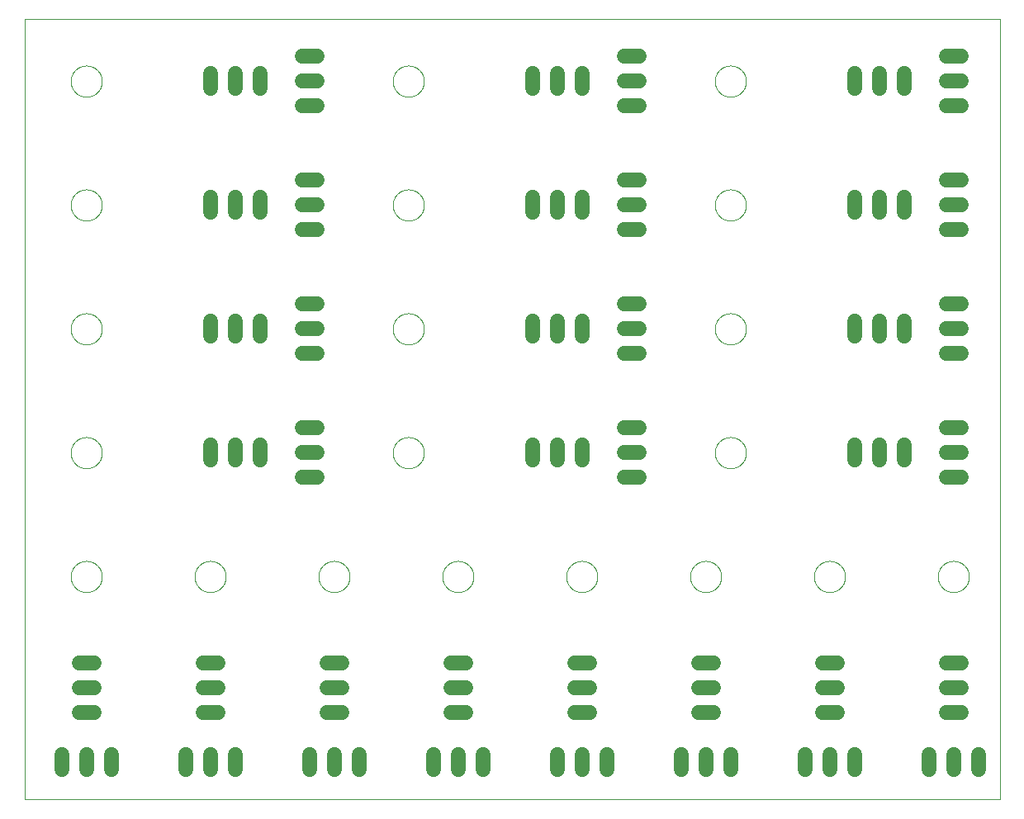
<source format=gbl>
G75*
%MOIN*%
%OFA0B0*%
%FSLAX25Y25*%
%IPPOS*%
%LPD*%
%AMOC8*
5,1,8,0,0,1.08239X$1,22.5*
%
%ADD10C,0.00000*%
%ADD11C,0.06000*%
D10*
X0002600Y0002600D02*
X0002600Y0317561D01*
X0396301Y0317561D01*
X0396301Y0002600D01*
X0002600Y0002600D01*
X0021301Y0092600D02*
X0021303Y0092758D01*
X0021309Y0092916D01*
X0021319Y0093074D01*
X0021333Y0093232D01*
X0021351Y0093389D01*
X0021372Y0093546D01*
X0021398Y0093702D01*
X0021428Y0093858D01*
X0021461Y0094013D01*
X0021499Y0094166D01*
X0021540Y0094319D01*
X0021585Y0094471D01*
X0021634Y0094622D01*
X0021687Y0094771D01*
X0021743Y0094919D01*
X0021803Y0095065D01*
X0021867Y0095210D01*
X0021935Y0095353D01*
X0022006Y0095495D01*
X0022080Y0095635D01*
X0022158Y0095772D01*
X0022240Y0095908D01*
X0022324Y0096042D01*
X0022413Y0096173D01*
X0022504Y0096302D01*
X0022599Y0096429D01*
X0022696Y0096554D01*
X0022797Y0096676D01*
X0022901Y0096795D01*
X0023008Y0096912D01*
X0023118Y0097026D01*
X0023231Y0097137D01*
X0023346Y0097246D01*
X0023464Y0097351D01*
X0023585Y0097453D01*
X0023708Y0097553D01*
X0023834Y0097649D01*
X0023962Y0097742D01*
X0024092Y0097832D01*
X0024225Y0097918D01*
X0024360Y0098002D01*
X0024496Y0098081D01*
X0024635Y0098158D01*
X0024776Y0098230D01*
X0024918Y0098300D01*
X0025062Y0098365D01*
X0025208Y0098427D01*
X0025355Y0098485D01*
X0025504Y0098540D01*
X0025654Y0098591D01*
X0025805Y0098638D01*
X0025957Y0098681D01*
X0026110Y0098720D01*
X0026265Y0098756D01*
X0026420Y0098787D01*
X0026576Y0098815D01*
X0026732Y0098839D01*
X0026889Y0098859D01*
X0027047Y0098875D01*
X0027204Y0098887D01*
X0027363Y0098895D01*
X0027521Y0098899D01*
X0027679Y0098899D01*
X0027837Y0098895D01*
X0027996Y0098887D01*
X0028153Y0098875D01*
X0028311Y0098859D01*
X0028468Y0098839D01*
X0028624Y0098815D01*
X0028780Y0098787D01*
X0028935Y0098756D01*
X0029090Y0098720D01*
X0029243Y0098681D01*
X0029395Y0098638D01*
X0029546Y0098591D01*
X0029696Y0098540D01*
X0029845Y0098485D01*
X0029992Y0098427D01*
X0030138Y0098365D01*
X0030282Y0098300D01*
X0030424Y0098230D01*
X0030565Y0098158D01*
X0030704Y0098081D01*
X0030840Y0098002D01*
X0030975Y0097918D01*
X0031108Y0097832D01*
X0031238Y0097742D01*
X0031366Y0097649D01*
X0031492Y0097553D01*
X0031615Y0097453D01*
X0031736Y0097351D01*
X0031854Y0097246D01*
X0031969Y0097137D01*
X0032082Y0097026D01*
X0032192Y0096912D01*
X0032299Y0096795D01*
X0032403Y0096676D01*
X0032504Y0096554D01*
X0032601Y0096429D01*
X0032696Y0096302D01*
X0032787Y0096173D01*
X0032876Y0096042D01*
X0032960Y0095908D01*
X0033042Y0095772D01*
X0033120Y0095635D01*
X0033194Y0095495D01*
X0033265Y0095353D01*
X0033333Y0095210D01*
X0033397Y0095065D01*
X0033457Y0094919D01*
X0033513Y0094771D01*
X0033566Y0094622D01*
X0033615Y0094471D01*
X0033660Y0094319D01*
X0033701Y0094166D01*
X0033739Y0094013D01*
X0033772Y0093858D01*
X0033802Y0093702D01*
X0033828Y0093546D01*
X0033849Y0093389D01*
X0033867Y0093232D01*
X0033881Y0093074D01*
X0033891Y0092916D01*
X0033897Y0092758D01*
X0033899Y0092600D01*
X0033897Y0092442D01*
X0033891Y0092284D01*
X0033881Y0092126D01*
X0033867Y0091968D01*
X0033849Y0091811D01*
X0033828Y0091654D01*
X0033802Y0091498D01*
X0033772Y0091342D01*
X0033739Y0091187D01*
X0033701Y0091034D01*
X0033660Y0090881D01*
X0033615Y0090729D01*
X0033566Y0090578D01*
X0033513Y0090429D01*
X0033457Y0090281D01*
X0033397Y0090135D01*
X0033333Y0089990D01*
X0033265Y0089847D01*
X0033194Y0089705D01*
X0033120Y0089565D01*
X0033042Y0089428D01*
X0032960Y0089292D01*
X0032876Y0089158D01*
X0032787Y0089027D01*
X0032696Y0088898D01*
X0032601Y0088771D01*
X0032504Y0088646D01*
X0032403Y0088524D01*
X0032299Y0088405D01*
X0032192Y0088288D01*
X0032082Y0088174D01*
X0031969Y0088063D01*
X0031854Y0087954D01*
X0031736Y0087849D01*
X0031615Y0087747D01*
X0031492Y0087647D01*
X0031366Y0087551D01*
X0031238Y0087458D01*
X0031108Y0087368D01*
X0030975Y0087282D01*
X0030840Y0087198D01*
X0030704Y0087119D01*
X0030565Y0087042D01*
X0030424Y0086970D01*
X0030282Y0086900D01*
X0030138Y0086835D01*
X0029992Y0086773D01*
X0029845Y0086715D01*
X0029696Y0086660D01*
X0029546Y0086609D01*
X0029395Y0086562D01*
X0029243Y0086519D01*
X0029090Y0086480D01*
X0028935Y0086444D01*
X0028780Y0086413D01*
X0028624Y0086385D01*
X0028468Y0086361D01*
X0028311Y0086341D01*
X0028153Y0086325D01*
X0027996Y0086313D01*
X0027837Y0086305D01*
X0027679Y0086301D01*
X0027521Y0086301D01*
X0027363Y0086305D01*
X0027204Y0086313D01*
X0027047Y0086325D01*
X0026889Y0086341D01*
X0026732Y0086361D01*
X0026576Y0086385D01*
X0026420Y0086413D01*
X0026265Y0086444D01*
X0026110Y0086480D01*
X0025957Y0086519D01*
X0025805Y0086562D01*
X0025654Y0086609D01*
X0025504Y0086660D01*
X0025355Y0086715D01*
X0025208Y0086773D01*
X0025062Y0086835D01*
X0024918Y0086900D01*
X0024776Y0086970D01*
X0024635Y0087042D01*
X0024496Y0087119D01*
X0024360Y0087198D01*
X0024225Y0087282D01*
X0024092Y0087368D01*
X0023962Y0087458D01*
X0023834Y0087551D01*
X0023708Y0087647D01*
X0023585Y0087747D01*
X0023464Y0087849D01*
X0023346Y0087954D01*
X0023231Y0088063D01*
X0023118Y0088174D01*
X0023008Y0088288D01*
X0022901Y0088405D01*
X0022797Y0088524D01*
X0022696Y0088646D01*
X0022599Y0088771D01*
X0022504Y0088898D01*
X0022413Y0089027D01*
X0022324Y0089158D01*
X0022240Y0089292D01*
X0022158Y0089428D01*
X0022080Y0089565D01*
X0022006Y0089705D01*
X0021935Y0089847D01*
X0021867Y0089990D01*
X0021803Y0090135D01*
X0021743Y0090281D01*
X0021687Y0090429D01*
X0021634Y0090578D01*
X0021585Y0090729D01*
X0021540Y0090881D01*
X0021499Y0091034D01*
X0021461Y0091187D01*
X0021428Y0091342D01*
X0021398Y0091498D01*
X0021372Y0091654D01*
X0021351Y0091811D01*
X0021333Y0091968D01*
X0021319Y0092126D01*
X0021309Y0092284D01*
X0021303Y0092442D01*
X0021301Y0092600D01*
X0071301Y0092600D02*
X0071303Y0092758D01*
X0071309Y0092916D01*
X0071319Y0093074D01*
X0071333Y0093232D01*
X0071351Y0093389D01*
X0071372Y0093546D01*
X0071398Y0093702D01*
X0071428Y0093858D01*
X0071461Y0094013D01*
X0071499Y0094166D01*
X0071540Y0094319D01*
X0071585Y0094471D01*
X0071634Y0094622D01*
X0071687Y0094771D01*
X0071743Y0094919D01*
X0071803Y0095065D01*
X0071867Y0095210D01*
X0071935Y0095353D01*
X0072006Y0095495D01*
X0072080Y0095635D01*
X0072158Y0095772D01*
X0072240Y0095908D01*
X0072324Y0096042D01*
X0072413Y0096173D01*
X0072504Y0096302D01*
X0072599Y0096429D01*
X0072696Y0096554D01*
X0072797Y0096676D01*
X0072901Y0096795D01*
X0073008Y0096912D01*
X0073118Y0097026D01*
X0073231Y0097137D01*
X0073346Y0097246D01*
X0073464Y0097351D01*
X0073585Y0097453D01*
X0073708Y0097553D01*
X0073834Y0097649D01*
X0073962Y0097742D01*
X0074092Y0097832D01*
X0074225Y0097918D01*
X0074360Y0098002D01*
X0074496Y0098081D01*
X0074635Y0098158D01*
X0074776Y0098230D01*
X0074918Y0098300D01*
X0075062Y0098365D01*
X0075208Y0098427D01*
X0075355Y0098485D01*
X0075504Y0098540D01*
X0075654Y0098591D01*
X0075805Y0098638D01*
X0075957Y0098681D01*
X0076110Y0098720D01*
X0076265Y0098756D01*
X0076420Y0098787D01*
X0076576Y0098815D01*
X0076732Y0098839D01*
X0076889Y0098859D01*
X0077047Y0098875D01*
X0077204Y0098887D01*
X0077363Y0098895D01*
X0077521Y0098899D01*
X0077679Y0098899D01*
X0077837Y0098895D01*
X0077996Y0098887D01*
X0078153Y0098875D01*
X0078311Y0098859D01*
X0078468Y0098839D01*
X0078624Y0098815D01*
X0078780Y0098787D01*
X0078935Y0098756D01*
X0079090Y0098720D01*
X0079243Y0098681D01*
X0079395Y0098638D01*
X0079546Y0098591D01*
X0079696Y0098540D01*
X0079845Y0098485D01*
X0079992Y0098427D01*
X0080138Y0098365D01*
X0080282Y0098300D01*
X0080424Y0098230D01*
X0080565Y0098158D01*
X0080704Y0098081D01*
X0080840Y0098002D01*
X0080975Y0097918D01*
X0081108Y0097832D01*
X0081238Y0097742D01*
X0081366Y0097649D01*
X0081492Y0097553D01*
X0081615Y0097453D01*
X0081736Y0097351D01*
X0081854Y0097246D01*
X0081969Y0097137D01*
X0082082Y0097026D01*
X0082192Y0096912D01*
X0082299Y0096795D01*
X0082403Y0096676D01*
X0082504Y0096554D01*
X0082601Y0096429D01*
X0082696Y0096302D01*
X0082787Y0096173D01*
X0082876Y0096042D01*
X0082960Y0095908D01*
X0083042Y0095772D01*
X0083120Y0095635D01*
X0083194Y0095495D01*
X0083265Y0095353D01*
X0083333Y0095210D01*
X0083397Y0095065D01*
X0083457Y0094919D01*
X0083513Y0094771D01*
X0083566Y0094622D01*
X0083615Y0094471D01*
X0083660Y0094319D01*
X0083701Y0094166D01*
X0083739Y0094013D01*
X0083772Y0093858D01*
X0083802Y0093702D01*
X0083828Y0093546D01*
X0083849Y0093389D01*
X0083867Y0093232D01*
X0083881Y0093074D01*
X0083891Y0092916D01*
X0083897Y0092758D01*
X0083899Y0092600D01*
X0083897Y0092442D01*
X0083891Y0092284D01*
X0083881Y0092126D01*
X0083867Y0091968D01*
X0083849Y0091811D01*
X0083828Y0091654D01*
X0083802Y0091498D01*
X0083772Y0091342D01*
X0083739Y0091187D01*
X0083701Y0091034D01*
X0083660Y0090881D01*
X0083615Y0090729D01*
X0083566Y0090578D01*
X0083513Y0090429D01*
X0083457Y0090281D01*
X0083397Y0090135D01*
X0083333Y0089990D01*
X0083265Y0089847D01*
X0083194Y0089705D01*
X0083120Y0089565D01*
X0083042Y0089428D01*
X0082960Y0089292D01*
X0082876Y0089158D01*
X0082787Y0089027D01*
X0082696Y0088898D01*
X0082601Y0088771D01*
X0082504Y0088646D01*
X0082403Y0088524D01*
X0082299Y0088405D01*
X0082192Y0088288D01*
X0082082Y0088174D01*
X0081969Y0088063D01*
X0081854Y0087954D01*
X0081736Y0087849D01*
X0081615Y0087747D01*
X0081492Y0087647D01*
X0081366Y0087551D01*
X0081238Y0087458D01*
X0081108Y0087368D01*
X0080975Y0087282D01*
X0080840Y0087198D01*
X0080704Y0087119D01*
X0080565Y0087042D01*
X0080424Y0086970D01*
X0080282Y0086900D01*
X0080138Y0086835D01*
X0079992Y0086773D01*
X0079845Y0086715D01*
X0079696Y0086660D01*
X0079546Y0086609D01*
X0079395Y0086562D01*
X0079243Y0086519D01*
X0079090Y0086480D01*
X0078935Y0086444D01*
X0078780Y0086413D01*
X0078624Y0086385D01*
X0078468Y0086361D01*
X0078311Y0086341D01*
X0078153Y0086325D01*
X0077996Y0086313D01*
X0077837Y0086305D01*
X0077679Y0086301D01*
X0077521Y0086301D01*
X0077363Y0086305D01*
X0077204Y0086313D01*
X0077047Y0086325D01*
X0076889Y0086341D01*
X0076732Y0086361D01*
X0076576Y0086385D01*
X0076420Y0086413D01*
X0076265Y0086444D01*
X0076110Y0086480D01*
X0075957Y0086519D01*
X0075805Y0086562D01*
X0075654Y0086609D01*
X0075504Y0086660D01*
X0075355Y0086715D01*
X0075208Y0086773D01*
X0075062Y0086835D01*
X0074918Y0086900D01*
X0074776Y0086970D01*
X0074635Y0087042D01*
X0074496Y0087119D01*
X0074360Y0087198D01*
X0074225Y0087282D01*
X0074092Y0087368D01*
X0073962Y0087458D01*
X0073834Y0087551D01*
X0073708Y0087647D01*
X0073585Y0087747D01*
X0073464Y0087849D01*
X0073346Y0087954D01*
X0073231Y0088063D01*
X0073118Y0088174D01*
X0073008Y0088288D01*
X0072901Y0088405D01*
X0072797Y0088524D01*
X0072696Y0088646D01*
X0072599Y0088771D01*
X0072504Y0088898D01*
X0072413Y0089027D01*
X0072324Y0089158D01*
X0072240Y0089292D01*
X0072158Y0089428D01*
X0072080Y0089565D01*
X0072006Y0089705D01*
X0071935Y0089847D01*
X0071867Y0089990D01*
X0071803Y0090135D01*
X0071743Y0090281D01*
X0071687Y0090429D01*
X0071634Y0090578D01*
X0071585Y0090729D01*
X0071540Y0090881D01*
X0071499Y0091034D01*
X0071461Y0091187D01*
X0071428Y0091342D01*
X0071398Y0091498D01*
X0071372Y0091654D01*
X0071351Y0091811D01*
X0071333Y0091968D01*
X0071319Y0092126D01*
X0071309Y0092284D01*
X0071303Y0092442D01*
X0071301Y0092600D01*
X0121301Y0092600D02*
X0121303Y0092758D01*
X0121309Y0092916D01*
X0121319Y0093074D01*
X0121333Y0093232D01*
X0121351Y0093389D01*
X0121372Y0093546D01*
X0121398Y0093702D01*
X0121428Y0093858D01*
X0121461Y0094013D01*
X0121499Y0094166D01*
X0121540Y0094319D01*
X0121585Y0094471D01*
X0121634Y0094622D01*
X0121687Y0094771D01*
X0121743Y0094919D01*
X0121803Y0095065D01*
X0121867Y0095210D01*
X0121935Y0095353D01*
X0122006Y0095495D01*
X0122080Y0095635D01*
X0122158Y0095772D01*
X0122240Y0095908D01*
X0122324Y0096042D01*
X0122413Y0096173D01*
X0122504Y0096302D01*
X0122599Y0096429D01*
X0122696Y0096554D01*
X0122797Y0096676D01*
X0122901Y0096795D01*
X0123008Y0096912D01*
X0123118Y0097026D01*
X0123231Y0097137D01*
X0123346Y0097246D01*
X0123464Y0097351D01*
X0123585Y0097453D01*
X0123708Y0097553D01*
X0123834Y0097649D01*
X0123962Y0097742D01*
X0124092Y0097832D01*
X0124225Y0097918D01*
X0124360Y0098002D01*
X0124496Y0098081D01*
X0124635Y0098158D01*
X0124776Y0098230D01*
X0124918Y0098300D01*
X0125062Y0098365D01*
X0125208Y0098427D01*
X0125355Y0098485D01*
X0125504Y0098540D01*
X0125654Y0098591D01*
X0125805Y0098638D01*
X0125957Y0098681D01*
X0126110Y0098720D01*
X0126265Y0098756D01*
X0126420Y0098787D01*
X0126576Y0098815D01*
X0126732Y0098839D01*
X0126889Y0098859D01*
X0127047Y0098875D01*
X0127204Y0098887D01*
X0127363Y0098895D01*
X0127521Y0098899D01*
X0127679Y0098899D01*
X0127837Y0098895D01*
X0127996Y0098887D01*
X0128153Y0098875D01*
X0128311Y0098859D01*
X0128468Y0098839D01*
X0128624Y0098815D01*
X0128780Y0098787D01*
X0128935Y0098756D01*
X0129090Y0098720D01*
X0129243Y0098681D01*
X0129395Y0098638D01*
X0129546Y0098591D01*
X0129696Y0098540D01*
X0129845Y0098485D01*
X0129992Y0098427D01*
X0130138Y0098365D01*
X0130282Y0098300D01*
X0130424Y0098230D01*
X0130565Y0098158D01*
X0130704Y0098081D01*
X0130840Y0098002D01*
X0130975Y0097918D01*
X0131108Y0097832D01*
X0131238Y0097742D01*
X0131366Y0097649D01*
X0131492Y0097553D01*
X0131615Y0097453D01*
X0131736Y0097351D01*
X0131854Y0097246D01*
X0131969Y0097137D01*
X0132082Y0097026D01*
X0132192Y0096912D01*
X0132299Y0096795D01*
X0132403Y0096676D01*
X0132504Y0096554D01*
X0132601Y0096429D01*
X0132696Y0096302D01*
X0132787Y0096173D01*
X0132876Y0096042D01*
X0132960Y0095908D01*
X0133042Y0095772D01*
X0133120Y0095635D01*
X0133194Y0095495D01*
X0133265Y0095353D01*
X0133333Y0095210D01*
X0133397Y0095065D01*
X0133457Y0094919D01*
X0133513Y0094771D01*
X0133566Y0094622D01*
X0133615Y0094471D01*
X0133660Y0094319D01*
X0133701Y0094166D01*
X0133739Y0094013D01*
X0133772Y0093858D01*
X0133802Y0093702D01*
X0133828Y0093546D01*
X0133849Y0093389D01*
X0133867Y0093232D01*
X0133881Y0093074D01*
X0133891Y0092916D01*
X0133897Y0092758D01*
X0133899Y0092600D01*
X0133897Y0092442D01*
X0133891Y0092284D01*
X0133881Y0092126D01*
X0133867Y0091968D01*
X0133849Y0091811D01*
X0133828Y0091654D01*
X0133802Y0091498D01*
X0133772Y0091342D01*
X0133739Y0091187D01*
X0133701Y0091034D01*
X0133660Y0090881D01*
X0133615Y0090729D01*
X0133566Y0090578D01*
X0133513Y0090429D01*
X0133457Y0090281D01*
X0133397Y0090135D01*
X0133333Y0089990D01*
X0133265Y0089847D01*
X0133194Y0089705D01*
X0133120Y0089565D01*
X0133042Y0089428D01*
X0132960Y0089292D01*
X0132876Y0089158D01*
X0132787Y0089027D01*
X0132696Y0088898D01*
X0132601Y0088771D01*
X0132504Y0088646D01*
X0132403Y0088524D01*
X0132299Y0088405D01*
X0132192Y0088288D01*
X0132082Y0088174D01*
X0131969Y0088063D01*
X0131854Y0087954D01*
X0131736Y0087849D01*
X0131615Y0087747D01*
X0131492Y0087647D01*
X0131366Y0087551D01*
X0131238Y0087458D01*
X0131108Y0087368D01*
X0130975Y0087282D01*
X0130840Y0087198D01*
X0130704Y0087119D01*
X0130565Y0087042D01*
X0130424Y0086970D01*
X0130282Y0086900D01*
X0130138Y0086835D01*
X0129992Y0086773D01*
X0129845Y0086715D01*
X0129696Y0086660D01*
X0129546Y0086609D01*
X0129395Y0086562D01*
X0129243Y0086519D01*
X0129090Y0086480D01*
X0128935Y0086444D01*
X0128780Y0086413D01*
X0128624Y0086385D01*
X0128468Y0086361D01*
X0128311Y0086341D01*
X0128153Y0086325D01*
X0127996Y0086313D01*
X0127837Y0086305D01*
X0127679Y0086301D01*
X0127521Y0086301D01*
X0127363Y0086305D01*
X0127204Y0086313D01*
X0127047Y0086325D01*
X0126889Y0086341D01*
X0126732Y0086361D01*
X0126576Y0086385D01*
X0126420Y0086413D01*
X0126265Y0086444D01*
X0126110Y0086480D01*
X0125957Y0086519D01*
X0125805Y0086562D01*
X0125654Y0086609D01*
X0125504Y0086660D01*
X0125355Y0086715D01*
X0125208Y0086773D01*
X0125062Y0086835D01*
X0124918Y0086900D01*
X0124776Y0086970D01*
X0124635Y0087042D01*
X0124496Y0087119D01*
X0124360Y0087198D01*
X0124225Y0087282D01*
X0124092Y0087368D01*
X0123962Y0087458D01*
X0123834Y0087551D01*
X0123708Y0087647D01*
X0123585Y0087747D01*
X0123464Y0087849D01*
X0123346Y0087954D01*
X0123231Y0088063D01*
X0123118Y0088174D01*
X0123008Y0088288D01*
X0122901Y0088405D01*
X0122797Y0088524D01*
X0122696Y0088646D01*
X0122599Y0088771D01*
X0122504Y0088898D01*
X0122413Y0089027D01*
X0122324Y0089158D01*
X0122240Y0089292D01*
X0122158Y0089428D01*
X0122080Y0089565D01*
X0122006Y0089705D01*
X0121935Y0089847D01*
X0121867Y0089990D01*
X0121803Y0090135D01*
X0121743Y0090281D01*
X0121687Y0090429D01*
X0121634Y0090578D01*
X0121585Y0090729D01*
X0121540Y0090881D01*
X0121499Y0091034D01*
X0121461Y0091187D01*
X0121428Y0091342D01*
X0121398Y0091498D01*
X0121372Y0091654D01*
X0121351Y0091811D01*
X0121333Y0091968D01*
X0121319Y0092126D01*
X0121309Y0092284D01*
X0121303Y0092442D01*
X0121301Y0092600D01*
X0171301Y0092600D02*
X0171303Y0092758D01*
X0171309Y0092916D01*
X0171319Y0093074D01*
X0171333Y0093232D01*
X0171351Y0093389D01*
X0171372Y0093546D01*
X0171398Y0093702D01*
X0171428Y0093858D01*
X0171461Y0094013D01*
X0171499Y0094166D01*
X0171540Y0094319D01*
X0171585Y0094471D01*
X0171634Y0094622D01*
X0171687Y0094771D01*
X0171743Y0094919D01*
X0171803Y0095065D01*
X0171867Y0095210D01*
X0171935Y0095353D01*
X0172006Y0095495D01*
X0172080Y0095635D01*
X0172158Y0095772D01*
X0172240Y0095908D01*
X0172324Y0096042D01*
X0172413Y0096173D01*
X0172504Y0096302D01*
X0172599Y0096429D01*
X0172696Y0096554D01*
X0172797Y0096676D01*
X0172901Y0096795D01*
X0173008Y0096912D01*
X0173118Y0097026D01*
X0173231Y0097137D01*
X0173346Y0097246D01*
X0173464Y0097351D01*
X0173585Y0097453D01*
X0173708Y0097553D01*
X0173834Y0097649D01*
X0173962Y0097742D01*
X0174092Y0097832D01*
X0174225Y0097918D01*
X0174360Y0098002D01*
X0174496Y0098081D01*
X0174635Y0098158D01*
X0174776Y0098230D01*
X0174918Y0098300D01*
X0175062Y0098365D01*
X0175208Y0098427D01*
X0175355Y0098485D01*
X0175504Y0098540D01*
X0175654Y0098591D01*
X0175805Y0098638D01*
X0175957Y0098681D01*
X0176110Y0098720D01*
X0176265Y0098756D01*
X0176420Y0098787D01*
X0176576Y0098815D01*
X0176732Y0098839D01*
X0176889Y0098859D01*
X0177047Y0098875D01*
X0177204Y0098887D01*
X0177363Y0098895D01*
X0177521Y0098899D01*
X0177679Y0098899D01*
X0177837Y0098895D01*
X0177996Y0098887D01*
X0178153Y0098875D01*
X0178311Y0098859D01*
X0178468Y0098839D01*
X0178624Y0098815D01*
X0178780Y0098787D01*
X0178935Y0098756D01*
X0179090Y0098720D01*
X0179243Y0098681D01*
X0179395Y0098638D01*
X0179546Y0098591D01*
X0179696Y0098540D01*
X0179845Y0098485D01*
X0179992Y0098427D01*
X0180138Y0098365D01*
X0180282Y0098300D01*
X0180424Y0098230D01*
X0180565Y0098158D01*
X0180704Y0098081D01*
X0180840Y0098002D01*
X0180975Y0097918D01*
X0181108Y0097832D01*
X0181238Y0097742D01*
X0181366Y0097649D01*
X0181492Y0097553D01*
X0181615Y0097453D01*
X0181736Y0097351D01*
X0181854Y0097246D01*
X0181969Y0097137D01*
X0182082Y0097026D01*
X0182192Y0096912D01*
X0182299Y0096795D01*
X0182403Y0096676D01*
X0182504Y0096554D01*
X0182601Y0096429D01*
X0182696Y0096302D01*
X0182787Y0096173D01*
X0182876Y0096042D01*
X0182960Y0095908D01*
X0183042Y0095772D01*
X0183120Y0095635D01*
X0183194Y0095495D01*
X0183265Y0095353D01*
X0183333Y0095210D01*
X0183397Y0095065D01*
X0183457Y0094919D01*
X0183513Y0094771D01*
X0183566Y0094622D01*
X0183615Y0094471D01*
X0183660Y0094319D01*
X0183701Y0094166D01*
X0183739Y0094013D01*
X0183772Y0093858D01*
X0183802Y0093702D01*
X0183828Y0093546D01*
X0183849Y0093389D01*
X0183867Y0093232D01*
X0183881Y0093074D01*
X0183891Y0092916D01*
X0183897Y0092758D01*
X0183899Y0092600D01*
X0183897Y0092442D01*
X0183891Y0092284D01*
X0183881Y0092126D01*
X0183867Y0091968D01*
X0183849Y0091811D01*
X0183828Y0091654D01*
X0183802Y0091498D01*
X0183772Y0091342D01*
X0183739Y0091187D01*
X0183701Y0091034D01*
X0183660Y0090881D01*
X0183615Y0090729D01*
X0183566Y0090578D01*
X0183513Y0090429D01*
X0183457Y0090281D01*
X0183397Y0090135D01*
X0183333Y0089990D01*
X0183265Y0089847D01*
X0183194Y0089705D01*
X0183120Y0089565D01*
X0183042Y0089428D01*
X0182960Y0089292D01*
X0182876Y0089158D01*
X0182787Y0089027D01*
X0182696Y0088898D01*
X0182601Y0088771D01*
X0182504Y0088646D01*
X0182403Y0088524D01*
X0182299Y0088405D01*
X0182192Y0088288D01*
X0182082Y0088174D01*
X0181969Y0088063D01*
X0181854Y0087954D01*
X0181736Y0087849D01*
X0181615Y0087747D01*
X0181492Y0087647D01*
X0181366Y0087551D01*
X0181238Y0087458D01*
X0181108Y0087368D01*
X0180975Y0087282D01*
X0180840Y0087198D01*
X0180704Y0087119D01*
X0180565Y0087042D01*
X0180424Y0086970D01*
X0180282Y0086900D01*
X0180138Y0086835D01*
X0179992Y0086773D01*
X0179845Y0086715D01*
X0179696Y0086660D01*
X0179546Y0086609D01*
X0179395Y0086562D01*
X0179243Y0086519D01*
X0179090Y0086480D01*
X0178935Y0086444D01*
X0178780Y0086413D01*
X0178624Y0086385D01*
X0178468Y0086361D01*
X0178311Y0086341D01*
X0178153Y0086325D01*
X0177996Y0086313D01*
X0177837Y0086305D01*
X0177679Y0086301D01*
X0177521Y0086301D01*
X0177363Y0086305D01*
X0177204Y0086313D01*
X0177047Y0086325D01*
X0176889Y0086341D01*
X0176732Y0086361D01*
X0176576Y0086385D01*
X0176420Y0086413D01*
X0176265Y0086444D01*
X0176110Y0086480D01*
X0175957Y0086519D01*
X0175805Y0086562D01*
X0175654Y0086609D01*
X0175504Y0086660D01*
X0175355Y0086715D01*
X0175208Y0086773D01*
X0175062Y0086835D01*
X0174918Y0086900D01*
X0174776Y0086970D01*
X0174635Y0087042D01*
X0174496Y0087119D01*
X0174360Y0087198D01*
X0174225Y0087282D01*
X0174092Y0087368D01*
X0173962Y0087458D01*
X0173834Y0087551D01*
X0173708Y0087647D01*
X0173585Y0087747D01*
X0173464Y0087849D01*
X0173346Y0087954D01*
X0173231Y0088063D01*
X0173118Y0088174D01*
X0173008Y0088288D01*
X0172901Y0088405D01*
X0172797Y0088524D01*
X0172696Y0088646D01*
X0172599Y0088771D01*
X0172504Y0088898D01*
X0172413Y0089027D01*
X0172324Y0089158D01*
X0172240Y0089292D01*
X0172158Y0089428D01*
X0172080Y0089565D01*
X0172006Y0089705D01*
X0171935Y0089847D01*
X0171867Y0089990D01*
X0171803Y0090135D01*
X0171743Y0090281D01*
X0171687Y0090429D01*
X0171634Y0090578D01*
X0171585Y0090729D01*
X0171540Y0090881D01*
X0171499Y0091034D01*
X0171461Y0091187D01*
X0171428Y0091342D01*
X0171398Y0091498D01*
X0171372Y0091654D01*
X0171351Y0091811D01*
X0171333Y0091968D01*
X0171319Y0092126D01*
X0171309Y0092284D01*
X0171303Y0092442D01*
X0171301Y0092600D01*
X0221301Y0092600D02*
X0221303Y0092758D01*
X0221309Y0092916D01*
X0221319Y0093074D01*
X0221333Y0093232D01*
X0221351Y0093389D01*
X0221372Y0093546D01*
X0221398Y0093702D01*
X0221428Y0093858D01*
X0221461Y0094013D01*
X0221499Y0094166D01*
X0221540Y0094319D01*
X0221585Y0094471D01*
X0221634Y0094622D01*
X0221687Y0094771D01*
X0221743Y0094919D01*
X0221803Y0095065D01*
X0221867Y0095210D01*
X0221935Y0095353D01*
X0222006Y0095495D01*
X0222080Y0095635D01*
X0222158Y0095772D01*
X0222240Y0095908D01*
X0222324Y0096042D01*
X0222413Y0096173D01*
X0222504Y0096302D01*
X0222599Y0096429D01*
X0222696Y0096554D01*
X0222797Y0096676D01*
X0222901Y0096795D01*
X0223008Y0096912D01*
X0223118Y0097026D01*
X0223231Y0097137D01*
X0223346Y0097246D01*
X0223464Y0097351D01*
X0223585Y0097453D01*
X0223708Y0097553D01*
X0223834Y0097649D01*
X0223962Y0097742D01*
X0224092Y0097832D01*
X0224225Y0097918D01*
X0224360Y0098002D01*
X0224496Y0098081D01*
X0224635Y0098158D01*
X0224776Y0098230D01*
X0224918Y0098300D01*
X0225062Y0098365D01*
X0225208Y0098427D01*
X0225355Y0098485D01*
X0225504Y0098540D01*
X0225654Y0098591D01*
X0225805Y0098638D01*
X0225957Y0098681D01*
X0226110Y0098720D01*
X0226265Y0098756D01*
X0226420Y0098787D01*
X0226576Y0098815D01*
X0226732Y0098839D01*
X0226889Y0098859D01*
X0227047Y0098875D01*
X0227204Y0098887D01*
X0227363Y0098895D01*
X0227521Y0098899D01*
X0227679Y0098899D01*
X0227837Y0098895D01*
X0227996Y0098887D01*
X0228153Y0098875D01*
X0228311Y0098859D01*
X0228468Y0098839D01*
X0228624Y0098815D01*
X0228780Y0098787D01*
X0228935Y0098756D01*
X0229090Y0098720D01*
X0229243Y0098681D01*
X0229395Y0098638D01*
X0229546Y0098591D01*
X0229696Y0098540D01*
X0229845Y0098485D01*
X0229992Y0098427D01*
X0230138Y0098365D01*
X0230282Y0098300D01*
X0230424Y0098230D01*
X0230565Y0098158D01*
X0230704Y0098081D01*
X0230840Y0098002D01*
X0230975Y0097918D01*
X0231108Y0097832D01*
X0231238Y0097742D01*
X0231366Y0097649D01*
X0231492Y0097553D01*
X0231615Y0097453D01*
X0231736Y0097351D01*
X0231854Y0097246D01*
X0231969Y0097137D01*
X0232082Y0097026D01*
X0232192Y0096912D01*
X0232299Y0096795D01*
X0232403Y0096676D01*
X0232504Y0096554D01*
X0232601Y0096429D01*
X0232696Y0096302D01*
X0232787Y0096173D01*
X0232876Y0096042D01*
X0232960Y0095908D01*
X0233042Y0095772D01*
X0233120Y0095635D01*
X0233194Y0095495D01*
X0233265Y0095353D01*
X0233333Y0095210D01*
X0233397Y0095065D01*
X0233457Y0094919D01*
X0233513Y0094771D01*
X0233566Y0094622D01*
X0233615Y0094471D01*
X0233660Y0094319D01*
X0233701Y0094166D01*
X0233739Y0094013D01*
X0233772Y0093858D01*
X0233802Y0093702D01*
X0233828Y0093546D01*
X0233849Y0093389D01*
X0233867Y0093232D01*
X0233881Y0093074D01*
X0233891Y0092916D01*
X0233897Y0092758D01*
X0233899Y0092600D01*
X0233897Y0092442D01*
X0233891Y0092284D01*
X0233881Y0092126D01*
X0233867Y0091968D01*
X0233849Y0091811D01*
X0233828Y0091654D01*
X0233802Y0091498D01*
X0233772Y0091342D01*
X0233739Y0091187D01*
X0233701Y0091034D01*
X0233660Y0090881D01*
X0233615Y0090729D01*
X0233566Y0090578D01*
X0233513Y0090429D01*
X0233457Y0090281D01*
X0233397Y0090135D01*
X0233333Y0089990D01*
X0233265Y0089847D01*
X0233194Y0089705D01*
X0233120Y0089565D01*
X0233042Y0089428D01*
X0232960Y0089292D01*
X0232876Y0089158D01*
X0232787Y0089027D01*
X0232696Y0088898D01*
X0232601Y0088771D01*
X0232504Y0088646D01*
X0232403Y0088524D01*
X0232299Y0088405D01*
X0232192Y0088288D01*
X0232082Y0088174D01*
X0231969Y0088063D01*
X0231854Y0087954D01*
X0231736Y0087849D01*
X0231615Y0087747D01*
X0231492Y0087647D01*
X0231366Y0087551D01*
X0231238Y0087458D01*
X0231108Y0087368D01*
X0230975Y0087282D01*
X0230840Y0087198D01*
X0230704Y0087119D01*
X0230565Y0087042D01*
X0230424Y0086970D01*
X0230282Y0086900D01*
X0230138Y0086835D01*
X0229992Y0086773D01*
X0229845Y0086715D01*
X0229696Y0086660D01*
X0229546Y0086609D01*
X0229395Y0086562D01*
X0229243Y0086519D01*
X0229090Y0086480D01*
X0228935Y0086444D01*
X0228780Y0086413D01*
X0228624Y0086385D01*
X0228468Y0086361D01*
X0228311Y0086341D01*
X0228153Y0086325D01*
X0227996Y0086313D01*
X0227837Y0086305D01*
X0227679Y0086301D01*
X0227521Y0086301D01*
X0227363Y0086305D01*
X0227204Y0086313D01*
X0227047Y0086325D01*
X0226889Y0086341D01*
X0226732Y0086361D01*
X0226576Y0086385D01*
X0226420Y0086413D01*
X0226265Y0086444D01*
X0226110Y0086480D01*
X0225957Y0086519D01*
X0225805Y0086562D01*
X0225654Y0086609D01*
X0225504Y0086660D01*
X0225355Y0086715D01*
X0225208Y0086773D01*
X0225062Y0086835D01*
X0224918Y0086900D01*
X0224776Y0086970D01*
X0224635Y0087042D01*
X0224496Y0087119D01*
X0224360Y0087198D01*
X0224225Y0087282D01*
X0224092Y0087368D01*
X0223962Y0087458D01*
X0223834Y0087551D01*
X0223708Y0087647D01*
X0223585Y0087747D01*
X0223464Y0087849D01*
X0223346Y0087954D01*
X0223231Y0088063D01*
X0223118Y0088174D01*
X0223008Y0088288D01*
X0222901Y0088405D01*
X0222797Y0088524D01*
X0222696Y0088646D01*
X0222599Y0088771D01*
X0222504Y0088898D01*
X0222413Y0089027D01*
X0222324Y0089158D01*
X0222240Y0089292D01*
X0222158Y0089428D01*
X0222080Y0089565D01*
X0222006Y0089705D01*
X0221935Y0089847D01*
X0221867Y0089990D01*
X0221803Y0090135D01*
X0221743Y0090281D01*
X0221687Y0090429D01*
X0221634Y0090578D01*
X0221585Y0090729D01*
X0221540Y0090881D01*
X0221499Y0091034D01*
X0221461Y0091187D01*
X0221428Y0091342D01*
X0221398Y0091498D01*
X0221372Y0091654D01*
X0221351Y0091811D01*
X0221333Y0091968D01*
X0221319Y0092126D01*
X0221309Y0092284D01*
X0221303Y0092442D01*
X0221301Y0092600D01*
X0271301Y0092600D02*
X0271303Y0092758D01*
X0271309Y0092916D01*
X0271319Y0093074D01*
X0271333Y0093232D01*
X0271351Y0093389D01*
X0271372Y0093546D01*
X0271398Y0093702D01*
X0271428Y0093858D01*
X0271461Y0094013D01*
X0271499Y0094166D01*
X0271540Y0094319D01*
X0271585Y0094471D01*
X0271634Y0094622D01*
X0271687Y0094771D01*
X0271743Y0094919D01*
X0271803Y0095065D01*
X0271867Y0095210D01*
X0271935Y0095353D01*
X0272006Y0095495D01*
X0272080Y0095635D01*
X0272158Y0095772D01*
X0272240Y0095908D01*
X0272324Y0096042D01*
X0272413Y0096173D01*
X0272504Y0096302D01*
X0272599Y0096429D01*
X0272696Y0096554D01*
X0272797Y0096676D01*
X0272901Y0096795D01*
X0273008Y0096912D01*
X0273118Y0097026D01*
X0273231Y0097137D01*
X0273346Y0097246D01*
X0273464Y0097351D01*
X0273585Y0097453D01*
X0273708Y0097553D01*
X0273834Y0097649D01*
X0273962Y0097742D01*
X0274092Y0097832D01*
X0274225Y0097918D01*
X0274360Y0098002D01*
X0274496Y0098081D01*
X0274635Y0098158D01*
X0274776Y0098230D01*
X0274918Y0098300D01*
X0275062Y0098365D01*
X0275208Y0098427D01*
X0275355Y0098485D01*
X0275504Y0098540D01*
X0275654Y0098591D01*
X0275805Y0098638D01*
X0275957Y0098681D01*
X0276110Y0098720D01*
X0276265Y0098756D01*
X0276420Y0098787D01*
X0276576Y0098815D01*
X0276732Y0098839D01*
X0276889Y0098859D01*
X0277047Y0098875D01*
X0277204Y0098887D01*
X0277363Y0098895D01*
X0277521Y0098899D01*
X0277679Y0098899D01*
X0277837Y0098895D01*
X0277996Y0098887D01*
X0278153Y0098875D01*
X0278311Y0098859D01*
X0278468Y0098839D01*
X0278624Y0098815D01*
X0278780Y0098787D01*
X0278935Y0098756D01*
X0279090Y0098720D01*
X0279243Y0098681D01*
X0279395Y0098638D01*
X0279546Y0098591D01*
X0279696Y0098540D01*
X0279845Y0098485D01*
X0279992Y0098427D01*
X0280138Y0098365D01*
X0280282Y0098300D01*
X0280424Y0098230D01*
X0280565Y0098158D01*
X0280704Y0098081D01*
X0280840Y0098002D01*
X0280975Y0097918D01*
X0281108Y0097832D01*
X0281238Y0097742D01*
X0281366Y0097649D01*
X0281492Y0097553D01*
X0281615Y0097453D01*
X0281736Y0097351D01*
X0281854Y0097246D01*
X0281969Y0097137D01*
X0282082Y0097026D01*
X0282192Y0096912D01*
X0282299Y0096795D01*
X0282403Y0096676D01*
X0282504Y0096554D01*
X0282601Y0096429D01*
X0282696Y0096302D01*
X0282787Y0096173D01*
X0282876Y0096042D01*
X0282960Y0095908D01*
X0283042Y0095772D01*
X0283120Y0095635D01*
X0283194Y0095495D01*
X0283265Y0095353D01*
X0283333Y0095210D01*
X0283397Y0095065D01*
X0283457Y0094919D01*
X0283513Y0094771D01*
X0283566Y0094622D01*
X0283615Y0094471D01*
X0283660Y0094319D01*
X0283701Y0094166D01*
X0283739Y0094013D01*
X0283772Y0093858D01*
X0283802Y0093702D01*
X0283828Y0093546D01*
X0283849Y0093389D01*
X0283867Y0093232D01*
X0283881Y0093074D01*
X0283891Y0092916D01*
X0283897Y0092758D01*
X0283899Y0092600D01*
X0283897Y0092442D01*
X0283891Y0092284D01*
X0283881Y0092126D01*
X0283867Y0091968D01*
X0283849Y0091811D01*
X0283828Y0091654D01*
X0283802Y0091498D01*
X0283772Y0091342D01*
X0283739Y0091187D01*
X0283701Y0091034D01*
X0283660Y0090881D01*
X0283615Y0090729D01*
X0283566Y0090578D01*
X0283513Y0090429D01*
X0283457Y0090281D01*
X0283397Y0090135D01*
X0283333Y0089990D01*
X0283265Y0089847D01*
X0283194Y0089705D01*
X0283120Y0089565D01*
X0283042Y0089428D01*
X0282960Y0089292D01*
X0282876Y0089158D01*
X0282787Y0089027D01*
X0282696Y0088898D01*
X0282601Y0088771D01*
X0282504Y0088646D01*
X0282403Y0088524D01*
X0282299Y0088405D01*
X0282192Y0088288D01*
X0282082Y0088174D01*
X0281969Y0088063D01*
X0281854Y0087954D01*
X0281736Y0087849D01*
X0281615Y0087747D01*
X0281492Y0087647D01*
X0281366Y0087551D01*
X0281238Y0087458D01*
X0281108Y0087368D01*
X0280975Y0087282D01*
X0280840Y0087198D01*
X0280704Y0087119D01*
X0280565Y0087042D01*
X0280424Y0086970D01*
X0280282Y0086900D01*
X0280138Y0086835D01*
X0279992Y0086773D01*
X0279845Y0086715D01*
X0279696Y0086660D01*
X0279546Y0086609D01*
X0279395Y0086562D01*
X0279243Y0086519D01*
X0279090Y0086480D01*
X0278935Y0086444D01*
X0278780Y0086413D01*
X0278624Y0086385D01*
X0278468Y0086361D01*
X0278311Y0086341D01*
X0278153Y0086325D01*
X0277996Y0086313D01*
X0277837Y0086305D01*
X0277679Y0086301D01*
X0277521Y0086301D01*
X0277363Y0086305D01*
X0277204Y0086313D01*
X0277047Y0086325D01*
X0276889Y0086341D01*
X0276732Y0086361D01*
X0276576Y0086385D01*
X0276420Y0086413D01*
X0276265Y0086444D01*
X0276110Y0086480D01*
X0275957Y0086519D01*
X0275805Y0086562D01*
X0275654Y0086609D01*
X0275504Y0086660D01*
X0275355Y0086715D01*
X0275208Y0086773D01*
X0275062Y0086835D01*
X0274918Y0086900D01*
X0274776Y0086970D01*
X0274635Y0087042D01*
X0274496Y0087119D01*
X0274360Y0087198D01*
X0274225Y0087282D01*
X0274092Y0087368D01*
X0273962Y0087458D01*
X0273834Y0087551D01*
X0273708Y0087647D01*
X0273585Y0087747D01*
X0273464Y0087849D01*
X0273346Y0087954D01*
X0273231Y0088063D01*
X0273118Y0088174D01*
X0273008Y0088288D01*
X0272901Y0088405D01*
X0272797Y0088524D01*
X0272696Y0088646D01*
X0272599Y0088771D01*
X0272504Y0088898D01*
X0272413Y0089027D01*
X0272324Y0089158D01*
X0272240Y0089292D01*
X0272158Y0089428D01*
X0272080Y0089565D01*
X0272006Y0089705D01*
X0271935Y0089847D01*
X0271867Y0089990D01*
X0271803Y0090135D01*
X0271743Y0090281D01*
X0271687Y0090429D01*
X0271634Y0090578D01*
X0271585Y0090729D01*
X0271540Y0090881D01*
X0271499Y0091034D01*
X0271461Y0091187D01*
X0271428Y0091342D01*
X0271398Y0091498D01*
X0271372Y0091654D01*
X0271351Y0091811D01*
X0271333Y0091968D01*
X0271319Y0092126D01*
X0271309Y0092284D01*
X0271303Y0092442D01*
X0271301Y0092600D01*
X0321301Y0092600D02*
X0321303Y0092758D01*
X0321309Y0092916D01*
X0321319Y0093074D01*
X0321333Y0093232D01*
X0321351Y0093389D01*
X0321372Y0093546D01*
X0321398Y0093702D01*
X0321428Y0093858D01*
X0321461Y0094013D01*
X0321499Y0094166D01*
X0321540Y0094319D01*
X0321585Y0094471D01*
X0321634Y0094622D01*
X0321687Y0094771D01*
X0321743Y0094919D01*
X0321803Y0095065D01*
X0321867Y0095210D01*
X0321935Y0095353D01*
X0322006Y0095495D01*
X0322080Y0095635D01*
X0322158Y0095772D01*
X0322240Y0095908D01*
X0322324Y0096042D01*
X0322413Y0096173D01*
X0322504Y0096302D01*
X0322599Y0096429D01*
X0322696Y0096554D01*
X0322797Y0096676D01*
X0322901Y0096795D01*
X0323008Y0096912D01*
X0323118Y0097026D01*
X0323231Y0097137D01*
X0323346Y0097246D01*
X0323464Y0097351D01*
X0323585Y0097453D01*
X0323708Y0097553D01*
X0323834Y0097649D01*
X0323962Y0097742D01*
X0324092Y0097832D01*
X0324225Y0097918D01*
X0324360Y0098002D01*
X0324496Y0098081D01*
X0324635Y0098158D01*
X0324776Y0098230D01*
X0324918Y0098300D01*
X0325062Y0098365D01*
X0325208Y0098427D01*
X0325355Y0098485D01*
X0325504Y0098540D01*
X0325654Y0098591D01*
X0325805Y0098638D01*
X0325957Y0098681D01*
X0326110Y0098720D01*
X0326265Y0098756D01*
X0326420Y0098787D01*
X0326576Y0098815D01*
X0326732Y0098839D01*
X0326889Y0098859D01*
X0327047Y0098875D01*
X0327204Y0098887D01*
X0327363Y0098895D01*
X0327521Y0098899D01*
X0327679Y0098899D01*
X0327837Y0098895D01*
X0327996Y0098887D01*
X0328153Y0098875D01*
X0328311Y0098859D01*
X0328468Y0098839D01*
X0328624Y0098815D01*
X0328780Y0098787D01*
X0328935Y0098756D01*
X0329090Y0098720D01*
X0329243Y0098681D01*
X0329395Y0098638D01*
X0329546Y0098591D01*
X0329696Y0098540D01*
X0329845Y0098485D01*
X0329992Y0098427D01*
X0330138Y0098365D01*
X0330282Y0098300D01*
X0330424Y0098230D01*
X0330565Y0098158D01*
X0330704Y0098081D01*
X0330840Y0098002D01*
X0330975Y0097918D01*
X0331108Y0097832D01*
X0331238Y0097742D01*
X0331366Y0097649D01*
X0331492Y0097553D01*
X0331615Y0097453D01*
X0331736Y0097351D01*
X0331854Y0097246D01*
X0331969Y0097137D01*
X0332082Y0097026D01*
X0332192Y0096912D01*
X0332299Y0096795D01*
X0332403Y0096676D01*
X0332504Y0096554D01*
X0332601Y0096429D01*
X0332696Y0096302D01*
X0332787Y0096173D01*
X0332876Y0096042D01*
X0332960Y0095908D01*
X0333042Y0095772D01*
X0333120Y0095635D01*
X0333194Y0095495D01*
X0333265Y0095353D01*
X0333333Y0095210D01*
X0333397Y0095065D01*
X0333457Y0094919D01*
X0333513Y0094771D01*
X0333566Y0094622D01*
X0333615Y0094471D01*
X0333660Y0094319D01*
X0333701Y0094166D01*
X0333739Y0094013D01*
X0333772Y0093858D01*
X0333802Y0093702D01*
X0333828Y0093546D01*
X0333849Y0093389D01*
X0333867Y0093232D01*
X0333881Y0093074D01*
X0333891Y0092916D01*
X0333897Y0092758D01*
X0333899Y0092600D01*
X0333897Y0092442D01*
X0333891Y0092284D01*
X0333881Y0092126D01*
X0333867Y0091968D01*
X0333849Y0091811D01*
X0333828Y0091654D01*
X0333802Y0091498D01*
X0333772Y0091342D01*
X0333739Y0091187D01*
X0333701Y0091034D01*
X0333660Y0090881D01*
X0333615Y0090729D01*
X0333566Y0090578D01*
X0333513Y0090429D01*
X0333457Y0090281D01*
X0333397Y0090135D01*
X0333333Y0089990D01*
X0333265Y0089847D01*
X0333194Y0089705D01*
X0333120Y0089565D01*
X0333042Y0089428D01*
X0332960Y0089292D01*
X0332876Y0089158D01*
X0332787Y0089027D01*
X0332696Y0088898D01*
X0332601Y0088771D01*
X0332504Y0088646D01*
X0332403Y0088524D01*
X0332299Y0088405D01*
X0332192Y0088288D01*
X0332082Y0088174D01*
X0331969Y0088063D01*
X0331854Y0087954D01*
X0331736Y0087849D01*
X0331615Y0087747D01*
X0331492Y0087647D01*
X0331366Y0087551D01*
X0331238Y0087458D01*
X0331108Y0087368D01*
X0330975Y0087282D01*
X0330840Y0087198D01*
X0330704Y0087119D01*
X0330565Y0087042D01*
X0330424Y0086970D01*
X0330282Y0086900D01*
X0330138Y0086835D01*
X0329992Y0086773D01*
X0329845Y0086715D01*
X0329696Y0086660D01*
X0329546Y0086609D01*
X0329395Y0086562D01*
X0329243Y0086519D01*
X0329090Y0086480D01*
X0328935Y0086444D01*
X0328780Y0086413D01*
X0328624Y0086385D01*
X0328468Y0086361D01*
X0328311Y0086341D01*
X0328153Y0086325D01*
X0327996Y0086313D01*
X0327837Y0086305D01*
X0327679Y0086301D01*
X0327521Y0086301D01*
X0327363Y0086305D01*
X0327204Y0086313D01*
X0327047Y0086325D01*
X0326889Y0086341D01*
X0326732Y0086361D01*
X0326576Y0086385D01*
X0326420Y0086413D01*
X0326265Y0086444D01*
X0326110Y0086480D01*
X0325957Y0086519D01*
X0325805Y0086562D01*
X0325654Y0086609D01*
X0325504Y0086660D01*
X0325355Y0086715D01*
X0325208Y0086773D01*
X0325062Y0086835D01*
X0324918Y0086900D01*
X0324776Y0086970D01*
X0324635Y0087042D01*
X0324496Y0087119D01*
X0324360Y0087198D01*
X0324225Y0087282D01*
X0324092Y0087368D01*
X0323962Y0087458D01*
X0323834Y0087551D01*
X0323708Y0087647D01*
X0323585Y0087747D01*
X0323464Y0087849D01*
X0323346Y0087954D01*
X0323231Y0088063D01*
X0323118Y0088174D01*
X0323008Y0088288D01*
X0322901Y0088405D01*
X0322797Y0088524D01*
X0322696Y0088646D01*
X0322599Y0088771D01*
X0322504Y0088898D01*
X0322413Y0089027D01*
X0322324Y0089158D01*
X0322240Y0089292D01*
X0322158Y0089428D01*
X0322080Y0089565D01*
X0322006Y0089705D01*
X0321935Y0089847D01*
X0321867Y0089990D01*
X0321803Y0090135D01*
X0321743Y0090281D01*
X0321687Y0090429D01*
X0321634Y0090578D01*
X0321585Y0090729D01*
X0321540Y0090881D01*
X0321499Y0091034D01*
X0321461Y0091187D01*
X0321428Y0091342D01*
X0321398Y0091498D01*
X0321372Y0091654D01*
X0321351Y0091811D01*
X0321333Y0091968D01*
X0321319Y0092126D01*
X0321309Y0092284D01*
X0321303Y0092442D01*
X0321301Y0092600D01*
X0371301Y0092600D02*
X0371303Y0092758D01*
X0371309Y0092916D01*
X0371319Y0093074D01*
X0371333Y0093232D01*
X0371351Y0093389D01*
X0371372Y0093546D01*
X0371398Y0093702D01*
X0371428Y0093858D01*
X0371461Y0094013D01*
X0371499Y0094166D01*
X0371540Y0094319D01*
X0371585Y0094471D01*
X0371634Y0094622D01*
X0371687Y0094771D01*
X0371743Y0094919D01*
X0371803Y0095065D01*
X0371867Y0095210D01*
X0371935Y0095353D01*
X0372006Y0095495D01*
X0372080Y0095635D01*
X0372158Y0095772D01*
X0372240Y0095908D01*
X0372324Y0096042D01*
X0372413Y0096173D01*
X0372504Y0096302D01*
X0372599Y0096429D01*
X0372696Y0096554D01*
X0372797Y0096676D01*
X0372901Y0096795D01*
X0373008Y0096912D01*
X0373118Y0097026D01*
X0373231Y0097137D01*
X0373346Y0097246D01*
X0373464Y0097351D01*
X0373585Y0097453D01*
X0373708Y0097553D01*
X0373834Y0097649D01*
X0373962Y0097742D01*
X0374092Y0097832D01*
X0374225Y0097918D01*
X0374360Y0098002D01*
X0374496Y0098081D01*
X0374635Y0098158D01*
X0374776Y0098230D01*
X0374918Y0098300D01*
X0375062Y0098365D01*
X0375208Y0098427D01*
X0375355Y0098485D01*
X0375504Y0098540D01*
X0375654Y0098591D01*
X0375805Y0098638D01*
X0375957Y0098681D01*
X0376110Y0098720D01*
X0376265Y0098756D01*
X0376420Y0098787D01*
X0376576Y0098815D01*
X0376732Y0098839D01*
X0376889Y0098859D01*
X0377047Y0098875D01*
X0377204Y0098887D01*
X0377363Y0098895D01*
X0377521Y0098899D01*
X0377679Y0098899D01*
X0377837Y0098895D01*
X0377996Y0098887D01*
X0378153Y0098875D01*
X0378311Y0098859D01*
X0378468Y0098839D01*
X0378624Y0098815D01*
X0378780Y0098787D01*
X0378935Y0098756D01*
X0379090Y0098720D01*
X0379243Y0098681D01*
X0379395Y0098638D01*
X0379546Y0098591D01*
X0379696Y0098540D01*
X0379845Y0098485D01*
X0379992Y0098427D01*
X0380138Y0098365D01*
X0380282Y0098300D01*
X0380424Y0098230D01*
X0380565Y0098158D01*
X0380704Y0098081D01*
X0380840Y0098002D01*
X0380975Y0097918D01*
X0381108Y0097832D01*
X0381238Y0097742D01*
X0381366Y0097649D01*
X0381492Y0097553D01*
X0381615Y0097453D01*
X0381736Y0097351D01*
X0381854Y0097246D01*
X0381969Y0097137D01*
X0382082Y0097026D01*
X0382192Y0096912D01*
X0382299Y0096795D01*
X0382403Y0096676D01*
X0382504Y0096554D01*
X0382601Y0096429D01*
X0382696Y0096302D01*
X0382787Y0096173D01*
X0382876Y0096042D01*
X0382960Y0095908D01*
X0383042Y0095772D01*
X0383120Y0095635D01*
X0383194Y0095495D01*
X0383265Y0095353D01*
X0383333Y0095210D01*
X0383397Y0095065D01*
X0383457Y0094919D01*
X0383513Y0094771D01*
X0383566Y0094622D01*
X0383615Y0094471D01*
X0383660Y0094319D01*
X0383701Y0094166D01*
X0383739Y0094013D01*
X0383772Y0093858D01*
X0383802Y0093702D01*
X0383828Y0093546D01*
X0383849Y0093389D01*
X0383867Y0093232D01*
X0383881Y0093074D01*
X0383891Y0092916D01*
X0383897Y0092758D01*
X0383899Y0092600D01*
X0383897Y0092442D01*
X0383891Y0092284D01*
X0383881Y0092126D01*
X0383867Y0091968D01*
X0383849Y0091811D01*
X0383828Y0091654D01*
X0383802Y0091498D01*
X0383772Y0091342D01*
X0383739Y0091187D01*
X0383701Y0091034D01*
X0383660Y0090881D01*
X0383615Y0090729D01*
X0383566Y0090578D01*
X0383513Y0090429D01*
X0383457Y0090281D01*
X0383397Y0090135D01*
X0383333Y0089990D01*
X0383265Y0089847D01*
X0383194Y0089705D01*
X0383120Y0089565D01*
X0383042Y0089428D01*
X0382960Y0089292D01*
X0382876Y0089158D01*
X0382787Y0089027D01*
X0382696Y0088898D01*
X0382601Y0088771D01*
X0382504Y0088646D01*
X0382403Y0088524D01*
X0382299Y0088405D01*
X0382192Y0088288D01*
X0382082Y0088174D01*
X0381969Y0088063D01*
X0381854Y0087954D01*
X0381736Y0087849D01*
X0381615Y0087747D01*
X0381492Y0087647D01*
X0381366Y0087551D01*
X0381238Y0087458D01*
X0381108Y0087368D01*
X0380975Y0087282D01*
X0380840Y0087198D01*
X0380704Y0087119D01*
X0380565Y0087042D01*
X0380424Y0086970D01*
X0380282Y0086900D01*
X0380138Y0086835D01*
X0379992Y0086773D01*
X0379845Y0086715D01*
X0379696Y0086660D01*
X0379546Y0086609D01*
X0379395Y0086562D01*
X0379243Y0086519D01*
X0379090Y0086480D01*
X0378935Y0086444D01*
X0378780Y0086413D01*
X0378624Y0086385D01*
X0378468Y0086361D01*
X0378311Y0086341D01*
X0378153Y0086325D01*
X0377996Y0086313D01*
X0377837Y0086305D01*
X0377679Y0086301D01*
X0377521Y0086301D01*
X0377363Y0086305D01*
X0377204Y0086313D01*
X0377047Y0086325D01*
X0376889Y0086341D01*
X0376732Y0086361D01*
X0376576Y0086385D01*
X0376420Y0086413D01*
X0376265Y0086444D01*
X0376110Y0086480D01*
X0375957Y0086519D01*
X0375805Y0086562D01*
X0375654Y0086609D01*
X0375504Y0086660D01*
X0375355Y0086715D01*
X0375208Y0086773D01*
X0375062Y0086835D01*
X0374918Y0086900D01*
X0374776Y0086970D01*
X0374635Y0087042D01*
X0374496Y0087119D01*
X0374360Y0087198D01*
X0374225Y0087282D01*
X0374092Y0087368D01*
X0373962Y0087458D01*
X0373834Y0087551D01*
X0373708Y0087647D01*
X0373585Y0087747D01*
X0373464Y0087849D01*
X0373346Y0087954D01*
X0373231Y0088063D01*
X0373118Y0088174D01*
X0373008Y0088288D01*
X0372901Y0088405D01*
X0372797Y0088524D01*
X0372696Y0088646D01*
X0372599Y0088771D01*
X0372504Y0088898D01*
X0372413Y0089027D01*
X0372324Y0089158D01*
X0372240Y0089292D01*
X0372158Y0089428D01*
X0372080Y0089565D01*
X0372006Y0089705D01*
X0371935Y0089847D01*
X0371867Y0089990D01*
X0371803Y0090135D01*
X0371743Y0090281D01*
X0371687Y0090429D01*
X0371634Y0090578D01*
X0371585Y0090729D01*
X0371540Y0090881D01*
X0371499Y0091034D01*
X0371461Y0091187D01*
X0371428Y0091342D01*
X0371398Y0091498D01*
X0371372Y0091654D01*
X0371351Y0091811D01*
X0371333Y0091968D01*
X0371319Y0092126D01*
X0371309Y0092284D01*
X0371303Y0092442D01*
X0371301Y0092600D01*
X0281301Y0142600D02*
X0281303Y0142758D01*
X0281309Y0142916D01*
X0281319Y0143074D01*
X0281333Y0143232D01*
X0281351Y0143389D01*
X0281372Y0143546D01*
X0281398Y0143702D01*
X0281428Y0143858D01*
X0281461Y0144013D01*
X0281499Y0144166D01*
X0281540Y0144319D01*
X0281585Y0144471D01*
X0281634Y0144622D01*
X0281687Y0144771D01*
X0281743Y0144919D01*
X0281803Y0145065D01*
X0281867Y0145210D01*
X0281935Y0145353D01*
X0282006Y0145495D01*
X0282080Y0145635D01*
X0282158Y0145772D01*
X0282240Y0145908D01*
X0282324Y0146042D01*
X0282413Y0146173D01*
X0282504Y0146302D01*
X0282599Y0146429D01*
X0282696Y0146554D01*
X0282797Y0146676D01*
X0282901Y0146795D01*
X0283008Y0146912D01*
X0283118Y0147026D01*
X0283231Y0147137D01*
X0283346Y0147246D01*
X0283464Y0147351D01*
X0283585Y0147453D01*
X0283708Y0147553D01*
X0283834Y0147649D01*
X0283962Y0147742D01*
X0284092Y0147832D01*
X0284225Y0147918D01*
X0284360Y0148002D01*
X0284496Y0148081D01*
X0284635Y0148158D01*
X0284776Y0148230D01*
X0284918Y0148300D01*
X0285062Y0148365D01*
X0285208Y0148427D01*
X0285355Y0148485D01*
X0285504Y0148540D01*
X0285654Y0148591D01*
X0285805Y0148638D01*
X0285957Y0148681D01*
X0286110Y0148720D01*
X0286265Y0148756D01*
X0286420Y0148787D01*
X0286576Y0148815D01*
X0286732Y0148839D01*
X0286889Y0148859D01*
X0287047Y0148875D01*
X0287204Y0148887D01*
X0287363Y0148895D01*
X0287521Y0148899D01*
X0287679Y0148899D01*
X0287837Y0148895D01*
X0287996Y0148887D01*
X0288153Y0148875D01*
X0288311Y0148859D01*
X0288468Y0148839D01*
X0288624Y0148815D01*
X0288780Y0148787D01*
X0288935Y0148756D01*
X0289090Y0148720D01*
X0289243Y0148681D01*
X0289395Y0148638D01*
X0289546Y0148591D01*
X0289696Y0148540D01*
X0289845Y0148485D01*
X0289992Y0148427D01*
X0290138Y0148365D01*
X0290282Y0148300D01*
X0290424Y0148230D01*
X0290565Y0148158D01*
X0290704Y0148081D01*
X0290840Y0148002D01*
X0290975Y0147918D01*
X0291108Y0147832D01*
X0291238Y0147742D01*
X0291366Y0147649D01*
X0291492Y0147553D01*
X0291615Y0147453D01*
X0291736Y0147351D01*
X0291854Y0147246D01*
X0291969Y0147137D01*
X0292082Y0147026D01*
X0292192Y0146912D01*
X0292299Y0146795D01*
X0292403Y0146676D01*
X0292504Y0146554D01*
X0292601Y0146429D01*
X0292696Y0146302D01*
X0292787Y0146173D01*
X0292876Y0146042D01*
X0292960Y0145908D01*
X0293042Y0145772D01*
X0293120Y0145635D01*
X0293194Y0145495D01*
X0293265Y0145353D01*
X0293333Y0145210D01*
X0293397Y0145065D01*
X0293457Y0144919D01*
X0293513Y0144771D01*
X0293566Y0144622D01*
X0293615Y0144471D01*
X0293660Y0144319D01*
X0293701Y0144166D01*
X0293739Y0144013D01*
X0293772Y0143858D01*
X0293802Y0143702D01*
X0293828Y0143546D01*
X0293849Y0143389D01*
X0293867Y0143232D01*
X0293881Y0143074D01*
X0293891Y0142916D01*
X0293897Y0142758D01*
X0293899Y0142600D01*
X0293897Y0142442D01*
X0293891Y0142284D01*
X0293881Y0142126D01*
X0293867Y0141968D01*
X0293849Y0141811D01*
X0293828Y0141654D01*
X0293802Y0141498D01*
X0293772Y0141342D01*
X0293739Y0141187D01*
X0293701Y0141034D01*
X0293660Y0140881D01*
X0293615Y0140729D01*
X0293566Y0140578D01*
X0293513Y0140429D01*
X0293457Y0140281D01*
X0293397Y0140135D01*
X0293333Y0139990D01*
X0293265Y0139847D01*
X0293194Y0139705D01*
X0293120Y0139565D01*
X0293042Y0139428D01*
X0292960Y0139292D01*
X0292876Y0139158D01*
X0292787Y0139027D01*
X0292696Y0138898D01*
X0292601Y0138771D01*
X0292504Y0138646D01*
X0292403Y0138524D01*
X0292299Y0138405D01*
X0292192Y0138288D01*
X0292082Y0138174D01*
X0291969Y0138063D01*
X0291854Y0137954D01*
X0291736Y0137849D01*
X0291615Y0137747D01*
X0291492Y0137647D01*
X0291366Y0137551D01*
X0291238Y0137458D01*
X0291108Y0137368D01*
X0290975Y0137282D01*
X0290840Y0137198D01*
X0290704Y0137119D01*
X0290565Y0137042D01*
X0290424Y0136970D01*
X0290282Y0136900D01*
X0290138Y0136835D01*
X0289992Y0136773D01*
X0289845Y0136715D01*
X0289696Y0136660D01*
X0289546Y0136609D01*
X0289395Y0136562D01*
X0289243Y0136519D01*
X0289090Y0136480D01*
X0288935Y0136444D01*
X0288780Y0136413D01*
X0288624Y0136385D01*
X0288468Y0136361D01*
X0288311Y0136341D01*
X0288153Y0136325D01*
X0287996Y0136313D01*
X0287837Y0136305D01*
X0287679Y0136301D01*
X0287521Y0136301D01*
X0287363Y0136305D01*
X0287204Y0136313D01*
X0287047Y0136325D01*
X0286889Y0136341D01*
X0286732Y0136361D01*
X0286576Y0136385D01*
X0286420Y0136413D01*
X0286265Y0136444D01*
X0286110Y0136480D01*
X0285957Y0136519D01*
X0285805Y0136562D01*
X0285654Y0136609D01*
X0285504Y0136660D01*
X0285355Y0136715D01*
X0285208Y0136773D01*
X0285062Y0136835D01*
X0284918Y0136900D01*
X0284776Y0136970D01*
X0284635Y0137042D01*
X0284496Y0137119D01*
X0284360Y0137198D01*
X0284225Y0137282D01*
X0284092Y0137368D01*
X0283962Y0137458D01*
X0283834Y0137551D01*
X0283708Y0137647D01*
X0283585Y0137747D01*
X0283464Y0137849D01*
X0283346Y0137954D01*
X0283231Y0138063D01*
X0283118Y0138174D01*
X0283008Y0138288D01*
X0282901Y0138405D01*
X0282797Y0138524D01*
X0282696Y0138646D01*
X0282599Y0138771D01*
X0282504Y0138898D01*
X0282413Y0139027D01*
X0282324Y0139158D01*
X0282240Y0139292D01*
X0282158Y0139428D01*
X0282080Y0139565D01*
X0282006Y0139705D01*
X0281935Y0139847D01*
X0281867Y0139990D01*
X0281803Y0140135D01*
X0281743Y0140281D01*
X0281687Y0140429D01*
X0281634Y0140578D01*
X0281585Y0140729D01*
X0281540Y0140881D01*
X0281499Y0141034D01*
X0281461Y0141187D01*
X0281428Y0141342D01*
X0281398Y0141498D01*
X0281372Y0141654D01*
X0281351Y0141811D01*
X0281333Y0141968D01*
X0281319Y0142126D01*
X0281309Y0142284D01*
X0281303Y0142442D01*
X0281301Y0142600D01*
X0281301Y0192600D02*
X0281303Y0192758D01*
X0281309Y0192916D01*
X0281319Y0193074D01*
X0281333Y0193232D01*
X0281351Y0193389D01*
X0281372Y0193546D01*
X0281398Y0193702D01*
X0281428Y0193858D01*
X0281461Y0194013D01*
X0281499Y0194166D01*
X0281540Y0194319D01*
X0281585Y0194471D01*
X0281634Y0194622D01*
X0281687Y0194771D01*
X0281743Y0194919D01*
X0281803Y0195065D01*
X0281867Y0195210D01*
X0281935Y0195353D01*
X0282006Y0195495D01*
X0282080Y0195635D01*
X0282158Y0195772D01*
X0282240Y0195908D01*
X0282324Y0196042D01*
X0282413Y0196173D01*
X0282504Y0196302D01*
X0282599Y0196429D01*
X0282696Y0196554D01*
X0282797Y0196676D01*
X0282901Y0196795D01*
X0283008Y0196912D01*
X0283118Y0197026D01*
X0283231Y0197137D01*
X0283346Y0197246D01*
X0283464Y0197351D01*
X0283585Y0197453D01*
X0283708Y0197553D01*
X0283834Y0197649D01*
X0283962Y0197742D01*
X0284092Y0197832D01*
X0284225Y0197918D01*
X0284360Y0198002D01*
X0284496Y0198081D01*
X0284635Y0198158D01*
X0284776Y0198230D01*
X0284918Y0198300D01*
X0285062Y0198365D01*
X0285208Y0198427D01*
X0285355Y0198485D01*
X0285504Y0198540D01*
X0285654Y0198591D01*
X0285805Y0198638D01*
X0285957Y0198681D01*
X0286110Y0198720D01*
X0286265Y0198756D01*
X0286420Y0198787D01*
X0286576Y0198815D01*
X0286732Y0198839D01*
X0286889Y0198859D01*
X0287047Y0198875D01*
X0287204Y0198887D01*
X0287363Y0198895D01*
X0287521Y0198899D01*
X0287679Y0198899D01*
X0287837Y0198895D01*
X0287996Y0198887D01*
X0288153Y0198875D01*
X0288311Y0198859D01*
X0288468Y0198839D01*
X0288624Y0198815D01*
X0288780Y0198787D01*
X0288935Y0198756D01*
X0289090Y0198720D01*
X0289243Y0198681D01*
X0289395Y0198638D01*
X0289546Y0198591D01*
X0289696Y0198540D01*
X0289845Y0198485D01*
X0289992Y0198427D01*
X0290138Y0198365D01*
X0290282Y0198300D01*
X0290424Y0198230D01*
X0290565Y0198158D01*
X0290704Y0198081D01*
X0290840Y0198002D01*
X0290975Y0197918D01*
X0291108Y0197832D01*
X0291238Y0197742D01*
X0291366Y0197649D01*
X0291492Y0197553D01*
X0291615Y0197453D01*
X0291736Y0197351D01*
X0291854Y0197246D01*
X0291969Y0197137D01*
X0292082Y0197026D01*
X0292192Y0196912D01*
X0292299Y0196795D01*
X0292403Y0196676D01*
X0292504Y0196554D01*
X0292601Y0196429D01*
X0292696Y0196302D01*
X0292787Y0196173D01*
X0292876Y0196042D01*
X0292960Y0195908D01*
X0293042Y0195772D01*
X0293120Y0195635D01*
X0293194Y0195495D01*
X0293265Y0195353D01*
X0293333Y0195210D01*
X0293397Y0195065D01*
X0293457Y0194919D01*
X0293513Y0194771D01*
X0293566Y0194622D01*
X0293615Y0194471D01*
X0293660Y0194319D01*
X0293701Y0194166D01*
X0293739Y0194013D01*
X0293772Y0193858D01*
X0293802Y0193702D01*
X0293828Y0193546D01*
X0293849Y0193389D01*
X0293867Y0193232D01*
X0293881Y0193074D01*
X0293891Y0192916D01*
X0293897Y0192758D01*
X0293899Y0192600D01*
X0293897Y0192442D01*
X0293891Y0192284D01*
X0293881Y0192126D01*
X0293867Y0191968D01*
X0293849Y0191811D01*
X0293828Y0191654D01*
X0293802Y0191498D01*
X0293772Y0191342D01*
X0293739Y0191187D01*
X0293701Y0191034D01*
X0293660Y0190881D01*
X0293615Y0190729D01*
X0293566Y0190578D01*
X0293513Y0190429D01*
X0293457Y0190281D01*
X0293397Y0190135D01*
X0293333Y0189990D01*
X0293265Y0189847D01*
X0293194Y0189705D01*
X0293120Y0189565D01*
X0293042Y0189428D01*
X0292960Y0189292D01*
X0292876Y0189158D01*
X0292787Y0189027D01*
X0292696Y0188898D01*
X0292601Y0188771D01*
X0292504Y0188646D01*
X0292403Y0188524D01*
X0292299Y0188405D01*
X0292192Y0188288D01*
X0292082Y0188174D01*
X0291969Y0188063D01*
X0291854Y0187954D01*
X0291736Y0187849D01*
X0291615Y0187747D01*
X0291492Y0187647D01*
X0291366Y0187551D01*
X0291238Y0187458D01*
X0291108Y0187368D01*
X0290975Y0187282D01*
X0290840Y0187198D01*
X0290704Y0187119D01*
X0290565Y0187042D01*
X0290424Y0186970D01*
X0290282Y0186900D01*
X0290138Y0186835D01*
X0289992Y0186773D01*
X0289845Y0186715D01*
X0289696Y0186660D01*
X0289546Y0186609D01*
X0289395Y0186562D01*
X0289243Y0186519D01*
X0289090Y0186480D01*
X0288935Y0186444D01*
X0288780Y0186413D01*
X0288624Y0186385D01*
X0288468Y0186361D01*
X0288311Y0186341D01*
X0288153Y0186325D01*
X0287996Y0186313D01*
X0287837Y0186305D01*
X0287679Y0186301D01*
X0287521Y0186301D01*
X0287363Y0186305D01*
X0287204Y0186313D01*
X0287047Y0186325D01*
X0286889Y0186341D01*
X0286732Y0186361D01*
X0286576Y0186385D01*
X0286420Y0186413D01*
X0286265Y0186444D01*
X0286110Y0186480D01*
X0285957Y0186519D01*
X0285805Y0186562D01*
X0285654Y0186609D01*
X0285504Y0186660D01*
X0285355Y0186715D01*
X0285208Y0186773D01*
X0285062Y0186835D01*
X0284918Y0186900D01*
X0284776Y0186970D01*
X0284635Y0187042D01*
X0284496Y0187119D01*
X0284360Y0187198D01*
X0284225Y0187282D01*
X0284092Y0187368D01*
X0283962Y0187458D01*
X0283834Y0187551D01*
X0283708Y0187647D01*
X0283585Y0187747D01*
X0283464Y0187849D01*
X0283346Y0187954D01*
X0283231Y0188063D01*
X0283118Y0188174D01*
X0283008Y0188288D01*
X0282901Y0188405D01*
X0282797Y0188524D01*
X0282696Y0188646D01*
X0282599Y0188771D01*
X0282504Y0188898D01*
X0282413Y0189027D01*
X0282324Y0189158D01*
X0282240Y0189292D01*
X0282158Y0189428D01*
X0282080Y0189565D01*
X0282006Y0189705D01*
X0281935Y0189847D01*
X0281867Y0189990D01*
X0281803Y0190135D01*
X0281743Y0190281D01*
X0281687Y0190429D01*
X0281634Y0190578D01*
X0281585Y0190729D01*
X0281540Y0190881D01*
X0281499Y0191034D01*
X0281461Y0191187D01*
X0281428Y0191342D01*
X0281398Y0191498D01*
X0281372Y0191654D01*
X0281351Y0191811D01*
X0281333Y0191968D01*
X0281319Y0192126D01*
X0281309Y0192284D01*
X0281303Y0192442D01*
X0281301Y0192600D01*
X0281301Y0242600D02*
X0281303Y0242758D01*
X0281309Y0242916D01*
X0281319Y0243074D01*
X0281333Y0243232D01*
X0281351Y0243389D01*
X0281372Y0243546D01*
X0281398Y0243702D01*
X0281428Y0243858D01*
X0281461Y0244013D01*
X0281499Y0244166D01*
X0281540Y0244319D01*
X0281585Y0244471D01*
X0281634Y0244622D01*
X0281687Y0244771D01*
X0281743Y0244919D01*
X0281803Y0245065D01*
X0281867Y0245210D01*
X0281935Y0245353D01*
X0282006Y0245495D01*
X0282080Y0245635D01*
X0282158Y0245772D01*
X0282240Y0245908D01*
X0282324Y0246042D01*
X0282413Y0246173D01*
X0282504Y0246302D01*
X0282599Y0246429D01*
X0282696Y0246554D01*
X0282797Y0246676D01*
X0282901Y0246795D01*
X0283008Y0246912D01*
X0283118Y0247026D01*
X0283231Y0247137D01*
X0283346Y0247246D01*
X0283464Y0247351D01*
X0283585Y0247453D01*
X0283708Y0247553D01*
X0283834Y0247649D01*
X0283962Y0247742D01*
X0284092Y0247832D01*
X0284225Y0247918D01*
X0284360Y0248002D01*
X0284496Y0248081D01*
X0284635Y0248158D01*
X0284776Y0248230D01*
X0284918Y0248300D01*
X0285062Y0248365D01*
X0285208Y0248427D01*
X0285355Y0248485D01*
X0285504Y0248540D01*
X0285654Y0248591D01*
X0285805Y0248638D01*
X0285957Y0248681D01*
X0286110Y0248720D01*
X0286265Y0248756D01*
X0286420Y0248787D01*
X0286576Y0248815D01*
X0286732Y0248839D01*
X0286889Y0248859D01*
X0287047Y0248875D01*
X0287204Y0248887D01*
X0287363Y0248895D01*
X0287521Y0248899D01*
X0287679Y0248899D01*
X0287837Y0248895D01*
X0287996Y0248887D01*
X0288153Y0248875D01*
X0288311Y0248859D01*
X0288468Y0248839D01*
X0288624Y0248815D01*
X0288780Y0248787D01*
X0288935Y0248756D01*
X0289090Y0248720D01*
X0289243Y0248681D01*
X0289395Y0248638D01*
X0289546Y0248591D01*
X0289696Y0248540D01*
X0289845Y0248485D01*
X0289992Y0248427D01*
X0290138Y0248365D01*
X0290282Y0248300D01*
X0290424Y0248230D01*
X0290565Y0248158D01*
X0290704Y0248081D01*
X0290840Y0248002D01*
X0290975Y0247918D01*
X0291108Y0247832D01*
X0291238Y0247742D01*
X0291366Y0247649D01*
X0291492Y0247553D01*
X0291615Y0247453D01*
X0291736Y0247351D01*
X0291854Y0247246D01*
X0291969Y0247137D01*
X0292082Y0247026D01*
X0292192Y0246912D01*
X0292299Y0246795D01*
X0292403Y0246676D01*
X0292504Y0246554D01*
X0292601Y0246429D01*
X0292696Y0246302D01*
X0292787Y0246173D01*
X0292876Y0246042D01*
X0292960Y0245908D01*
X0293042Y0245772D01*
X0293120Y0245635D01*
X0293194Y0245495D01*
X0293265Y0245353D01*
X0293333Y0245210D01*
X0293397Y0245065D01*
X0293457Y0244919D01*
X0293513Y0244771D01*
X0293566Y0244622D01*
X0293615Y0244471D01*
X0293660Y0244319D01*
X0293701Y0244166D01*
X0293739Y0244013D01*
X0293772Y0243858D01*
X0293802Y0243702D01*
X0293828Y0243546D01*
X0293849Y0243389D01*
X0293867Y0243232D01*
X0293881Y0243074D01*
X0293891Y0242916D01*
X0293897Y0242758D01*
X0293899Y0242600D01*
X0293897Y0242442D01*
X0293891Y0242284D01*
X0293881Y0242126D01*
X0293867Y0241968D01*
X0293849Y0241811D01*
X0293828Y0241654D01*
X0293802Y0241498D01*
X0293772Y0241342D01*
X0293739Y0241187D01*
X0293701Y0241034D01*
X0293660Y0240881D01*
X0293615Y0240729D01*
X0293566Y0240578D01*
X0293513Y0240429D01*
X0293457Y0240281D01*
X0293397Y0240135D01*
X0293333Y0239990D01*
X0293265Y0239847D01*
X0293194Y0239705D01*
X0293120Y0239565D01*
X0293042Y0239428D01*
X0292960Y0239292D01*
X0292876Y0239158D01*
X0292787Y0239027D01*
X0292696Y0238898D01*
X0292601Y0238771D01*
X0292504Y0238646D01*
X0292403Y0238524D01*
X0292299Y0238405D01*
X0292192Y0238288D01*
X0292082Y0238174D01*
X0291969Y0238063D01*
X0291854Y0237954D01*
X0291736Y0237849D01*
X0291615Y0237747D01*
X0291492Y0237647D01*
X0291366Y0237551D01*
X0291238Y0237458D01*
X0291108Y0237368D01*
X0290975Y0237282D01*
X0290840Y0237198D01*
X0290704Y0237119D01*
X0290565Y0237042D01*
X0290424Y0236970D01*
X0290282Y0236900D01*
X0290138Y0236835D01*
X0289992Y0236773D01*
X0289845Y0236715D01*
X0289696Y0236660D01*
X0289546Y0236609D01*
X0289395Y0236562D01*
X0289243Y0236519D01*
X0289090Y0236480D01*
X0288935Y0236444D01*
X0288780Y0236413D01*
X0288624Y0236385D01*
X0288468Y0236361D01*
X0288311Y0236341D01*
X0288153Y0236325D01*
X0287996Y0236313D01*
X0287837Y0236305D01*
X0287679Y0236301D01*
X0287521Y0236301D01*
X0287363Y0236305D01*
X0287204Y0236313D01*
X0287047Y0236325D01*
X0286889Y0236341D01*
X0286732Y0236361D01*
X0286576Y0236385D01*
X0286420Y0236413D01*
X0286265Y0236444D01*
X0286110Y0236480D01*
X0285957Y0236519D01*
X0285805Y0236562D01*
X0285654Y0236609D01*
X0285504Y0236660D01*
X0285355Y0236715D01*
X0285208Y0236773D01*
X0285062Y0236835D01*
X0284918Y0236900D01*
X0284776Y0236970D01*
X0284635Y0237042D01*
X0284496Y0237119D01*
X0284360Y0237198D01*
X0284225Y0237282D01*
X0284092Y0237368D01*
X0283962Y0237458D01*
X0283834Y0237551D01*
X0283708Y0237647D01*
X0283585Y0237747D01*
X0283464Y0237849D01*
X0283346Y0237954D01*
X0283231Y0238063D01*
X0283118Y0238174D01*
X0283008Y0238288D01*
X0282901Y0238405D01*
X0282797Y0238524D01*
X0282696Y0238646D01*
X0282599Y0238771D01*
X0282504Y0238898D01*
X0282413Y0239027D01*
X0282324Y0239158D01*
X0282240Y0239292D01*
X0282158Y0239428D01*
X0282080Y0239565D01*
X0282006Y0239705D01*
X0281935Y0239847D01*
X0281867Y0239990D01*
X0281803Y0240135D01*
X0281743Y0240281D01*
X0281687Y0240429D01*
X0281634Y0240578D01*
X0281585Y0240729D01*
X0281540Y0240881D01*
X0281499Y0241034D01*
X0281461Y0241187D01*
X0281428Y0241342D01*
X0281398Y0241498D01*
X0281372Y0241654D01*
X0281351Y0241811D01*
X0281333Y0241968D01*
X0281319Y0242126D01*
X0281309Y0242284D01*
X0281303Y0242442D01*
X0281301Y0242600D01*
X0281301Y0292600D02*
X0281303Y0292758D01*
X0281309Y0292916D01*
X0281319Y0293074D01*
X0281333Y0293232D01*
X0281351Y0293389D01*
X0281372Y0293546D01*
X0281398Y0293702D01*
X0281428Y0293858D01*
X0281461Y0294013D01*
X0281499Y0294166D01*
X0281540Y0294319D01*
X0281585Y0294471D01*
X0281634Y0294622D01*
X0281687Y0294771D01*
X0281743Y0294919D01*
X0281803Y0295065D01*
X0281867Y0295210D01*
X0281935Y0295353D01*
X0282006Y0295495D01*
X0282080Y0295635D01*
X0282158Y0295772D01*
X0282240Y0295908D01*
X0282324Y0296042D01*
X0282413Y0296173D01*
X0282504Y0296302D01*
X0282599Y0296429D01*
X0282696Y0296554D01*
X0282797Y0296676D01*
X0282901Y0296795D01*
X0283008Y0296912D01*
X0283118Y0297026D01*
X0283231Y0297137D01*
X0283346Y0297246D01*
X0283464Y0297351D01*
X0283585Y0297453D01*
X0283708Y0297553D01*
X0283834Y0297649D01*
X0283962Y0297742D01*
X0284092Y0297832D01*
X0284225Y0297918D01*
X0284360Y0298002D01*
X0284496Y0298081D01*
X0284635Y0298158D01*
X0284776Y0298230D01*
X0284918Y0298300D01*
X0285062Y0298365D01*
X0285208Y0298427D01*
X0285355Y0298485D01*
X0285504Y0298540D01*
X0285654Y0298591D01*
X0285805Y0298638D01*
X0285957Y0298681D01*
X0286110Y0298720D01*
X0286265Y0298756D01*
X0286420Y0298787D01*
X0286576Y0298815D01*
X0286732Y0298839D01*
X0286889Y0298859D01*
X0287047Y0298875D01*
X0287204Y0298887D01*
X0287363Y0298895D01*
X0287521Y0298899D01*
X0287679Y0298899D01*
X0287837Y0298895D01*
X0287996Y0298887D01*
X0288153Y0298875D01*
X0288311Y0298859D01*
X0288468Y0298839D01*
X0288624Y0298815D01*
X0288780Y0298787D01*
X0288935Y0298756D01*
X0289090Y0298720D01*
X0289243Y0298681D01*
X0289395Y0298638D01*
X0289546Y0298591D01*
X0289696Y0298540D01*
X0289845Y0298485D01*
X0289992Y0298427D01*
X0290138Y0298365D01*
X0290282Y0298300D01*
X0290424Y0298230D01*
X0290565Y0298158D01*
X0290704Y0298081D01*
X0290840Y0298002D01*
X0290975Y0297918D01*
X0291108Y0297832D01*
X0291238Y0297742D01*
X0291366Y0297649D01*
X0291492Y0297553D01*
X0291615Y0297453D01*
X0291736Y0297351D01*
X0291854Y0297246D01*
X0291969Y0297137D01*
X0292082Y0297026D01*
X0292192Y0296912D01*
X0292299Y0296795D01*
X0292403Y0296676D01*
X0292504Y0296554D01*
X0292601Y0296429D01*
X0292696Y0296302D01*
X0292787Y0296173D01*
X0292876Y0296042D01*
X0292960Y0295908D01*
X0293042Y0295772D01*
X0293120Y0295635D01*
X0293194Y0295495D01*
X0293265Y0295353D01*
X0293333Y0295210D01*
X0293397Y0295065D01*
X0293457Y0294919D01*
X0293513Y0294771D01*
X0293566Y0294622D01*
X0293615Y0294471D01*
X0293660Y0294319D01*
X0293701Y0294166D01*
X0293739Y0294013D01*
X0293772Y0293858D01*
X0293802Y0293702D01*
X0293828Y0293546D01*
X0293849Y0293389D01*
X0293867Y0293232D01*
X0293881Y0293074D01*
X0293891Y0292916D01*
X0293897Y0292758D01*
X0293899Y0292600D01*
X0293897Y0292442D01*
X0293891Y0292284D01*
X0293881Y0292126D01*
X0293867Y0291968D01*
X0293849Y0291811D01*
X0293828Y0291654D01*
X0293802Y0291498D01*
X0293772Y0291342D01*
X0293739Y0291187D01*
X0293701Y0291034D01*
X0293660Y0290881D01*
X0293615Y0290729D01*
X0293566Y0290578D01*
X0293513Y0290429D01*
X0293457Y0290281D01*
X0293397Y0290135D01*
X0293333Y0289990D01*
X0293265Y0289847D01*
X0293194Y0289705D01*
X0293120Y0289565D01*
X0293042Y0289428D01*
X0292960Y0289292D01*
X0292876Y0289158D01*
X0292787Y0289027D01*
X0292696Y0288898D01*
X0292601Y0288771D01*
X0292504Y0288646D01*
X0292403Y0288524D01*
X0292299Y0288405D01*
X0292192Y0288288D01*
X0292082Y0288174D01*
X0291969Y0288063D01*
X0291854Y0287954D01*
X0291736Y0287849D01*
X0291615Y0287747D01*
X0291492Y0287647D01*
X0291366Y0287551D01*
X0291238Y0287458D01*
X0291108Y0287368D01*
X0290975Y0287282D01*
X0290840Y0287198D01*
X0290704Y0287119D01*
X0290565Y0287042D01*
X0290424Y0286970D01*
X0290282Y0286900D01*
X0290138Y0286835D01*
X0289992Y0286773D01*
X0289845Y0286715D01*
X0289696Y0286660D01*
X0289546Y0286609D01*
X0289395Y0286562D01*
X0289243Y0286519D01*
X0289090Y0286480D01*
X0288935Y0286444D01*
X0288780Y0286413D01*
X0288624Y0286385D01*
X0288468Y0286361D01*
X0288311Y0286341D01*
X0288153Y0286325D01*
X0287996Y0286313D01*
X0287837Y0286305D01*
X0287679Y0286301D01*
X0287521Y0286301D01*
X0287363Y0286305D01*
X0287204Y0286313D01*
X0287047Y0286325D01*
X0286889Y0286341D01*
X0286732Y0286361D01*
X0286576Y0286385D01*
X0286420Y0286413D01*
X0286265Y0286444D01*
X0286110Y0286480D01*
X0285957Y0286519D01*
X0285805Y0286562D01*
X0285654Y0286609D01*
X0285504Y0286660D01*
X0285355Y0286715D01*
X0285208Y0286773D01*
X0285062Y0286835D01*
X0284918Y0286900D01*
X0284776Y0286970D01*
X0284635Y0287042D01*
X0284496Y0287119D01*
X0284360Y0287198D01*
X0284225Y0287282D01*
X0284092Y0287368D01*
X0283962Y0287458D01*
X0283834Y0287551D01*
X0283708Y0287647D01*
X0283585Y0287747D01*
X0283464Y0287849D01*
X0283346Y0287954D01*
X0283231Y0288063D01*
X0283118Y0288174D01*
X0283008Y0288288D01*
X0282901Y0288405D01*
X0282797Y0288524D01*
X0282696Y0288646D01*
X0282599Y0288771D01*
X0282504Y0288898D01*
X0282413Y0289027D01*
X0282324Y0289158D01*
X0282240Y0289292D01*
X0282158Y0289428D01*
X0282080Y0289565D01*
X0282006Y0289705D01*
X0281935Y0289847D01*
X0281867Y0289990D01*
X0281803Y0290135D01*
X0281743Y0290281D01*
X0281687Y0290429D01*
X0281634Y0290578D01*
X0281585Y0290729D01*
X0281540Y0290881D01*
X0281499Y0291034D01*
X0281461Y0291187D01*
X0281428Y0291342D01*
X0281398Y0291498D01*
X0281372Y0291654D01*
X0281351Y0291811D01*
X0281333Y0291968D01*
X0281319Y0292126D01*
X0281309Y0292284D01*
X0281303Y0292442D01*
X0281301Y0292600D01*
X0151301Y0292600D02*
X0151303Y0292758D01*
X0151309Y0292916D01*
X0151319Y0293074D01*
X0151333Y0293232D01*
X0151351Y0293389D01*
X0151372Y0293546D01*
X0151398Y0293702D01*
X0151428Y0293858D01*
X0151461Y0294013D01*
X0151499Y0294166D01*
X0151540Y0294319D01*
X0151585Y0294471D01*
X0151634Y0294622D01*
X0151687Y0294771D01*
X0151743Y0294919D01*
X0151803Y0295065D01*
X0151867Y0295210D01*
X0151935Y0295353D01*
X0152006Y0295495D01*
X0152080Y0295635D01*
X0152158Y0295772D01*
X0152240Y0295908D01*
X0152324Y0296042D01*
X0152413Y0296173D01*
X0152504Y0296302D01*
X0152599Y0296429D01*
X0152696Y0296554D01*
X0152797Y0296676D01*
X0152901Y0296795D01*
X0153008Y0296912D01*
X0153118Y0297026D01*
X0153231Y0297137D01*
X0153346Y0297246D01*
X0153464Y0297351D01*
X0153585Y0297453D01*
X0153708Y0297553D01*
X0153834Y0297649D01*
X0153962Y0297742D01*
X0154092Y0297832D01*
X0154225Y0297918D01*
X0154360Y0298002D01*
X0154496Y0298081D01*
X0154635Y0298158D01*
X0154776Y0298230D01*
X0154918Y0298300D01*
X0155062Y0298365D01*
X0155208Y0298427D01*
X0155355Y0298485D01*
X0155504Y0298540D01*
X0155654Y0298591D01*
X0155805Y0298638D01*
X0155957Y0298681D01*
X0156110Y0298720D01*
X0156265Y0298756D01*
X0156420Y0298787D01*
X0156576Y0298815D01*
X0156732Y0298839D01*
X0156889Y0298859D01*
X0157047Y0298875D01*
X0157204Y0298887D01*
X0157363Y0298895D01*
X0157521Y0298899D01*
X0157679Y0298899D01*
X0157837Y0298895D01*
X0157996Y0298887D01*
X0158153Y0298875D01*
X0158311Y0298859D01*
X0158468Y0298839D01*
X0158624Y0298815D01*
X0158780Y0298787D01*
X0158935Y0298756D01*
X0159090Y0298720D01*
X0159243Y0298681D01*
X0159395Y0298638D01*
X0159546Y0298591D01*
X0159696Y0298540D01*
X0159845Y0298485D01*
X0159992Y0298427D01*
X0160138Y0298365D01*
X0160282Y0298300D01*
X0160424Y0298230D01*
X0160565Y0298158D01*
X0160704Y0298081D01*
X0160840Y0298002D01*
X0160975Y0297918D01*
X0161108Y0297832D01*
X0161238Y0297742D01*
X0161366Y0297649D01*
X0161492Y0297553D01*
X0161615Y0297453D01*
X0161736Y0297351D01*
X0161854Y0297246D01*
X0161969Y0297137D01*
X0162082Y0297026D01*
X0162192Y0296912D01*
X0162299Y0296795D01*
X0162403Y0296676D01*
X0162504Y0296554D01*
X0162601Y0296429D01*
X0162696Y0296302D01*
X0162787Y0296173D01*
X0162876Y0296042D01*
X0162960Y0295908D01*
X0163042Y0295772D01*
X0163120Y0295635D01*
X0163194Y0295495D01*
X0163265Y0295353D01*
X0163333Y0295210D01*
X0163397Y0295065D01*
X0163457Y0294919D01*
X0163513Y0294771D01*
X0163566Y0294622D01*
X0163615Y0294471D01*
X0163660Y0294319D01*
X0163701Y0294166D01*
X0163739Y0294013D01*
X0163772Y0293858D01*
X0163802Y0293702D01*
X0163828Y0293546D01*
X0163849Y0293389D01*
X0163867Y0293232D01*
X0163881Y0293074D01*
X0163891Y0292916D01*
X0163897Y0292758D01*
X0163899Y0292600D01*
X0163897Y0292442D01*
X0163891Y0292284D01*
X0163881Y0292126D01*
X0163867Y0291968D01*
X0163849Y0291811D01*
X0163828Y0291654D01*
X0163802Y0291498D01*
X0163772Y0291342D01*
X0163739Y0291187D01*
X0163701Y0291034D01*
X0163660Y0290881D01*
X0163615Y0290729D01*
X0163566Y0290578D01*
X0163513Y0290429D01*
X0163457Y0290281D01*
X0163397Y0290135D01*
X0163333Y0289990D01*
X0163265Y0289847D01*
X0163194Y0289705D01*
X0163120Y0289565D01*
X0163042Y0289428D01*
X0162960Y0289292D01*
X0162876Y0289158D01*
X0162787Y0289027D01*
X0162696Y0288898D01*
X0162601Y0288771D01*
X0162504Y0288646D01*
X0162403Y0288524D01*
X0162299Y0288405D01*
X0162192Y0288288D01*
X0162082Y0288174D01*
X0161969Y0288063D01*
X0161854Y0287954D01*
X0161736Y0287849D01*
X0161615Y0287747D01*
X0161492Y0287647D01*
X0161366Y0287551D01*
X0161238Y0287458D01*
X0161108Y0287368D01*
X0160975Y0287282D01*
X0160840Y0287198D01*
X0160704Y0287119D01*
X0160565Y0287042D01*
X0160424Y0286970D01*
X0160282Y0286900D01*
X0160138Y0286835D01*
X0159992Y0286773D01*
X0159845Y0286715D01*
X0159696Y0286660D01*
X0159546Y0286609D01*
X0159395Y0286562D01*
X0159243Y0286519D01*
X0159090Y0286480D01*
X0158935Y0286444D01*
X0158780Y0286413D01*
X0158624Y0286385D01*
X0158468Y0286361D01*
X0158311Y0286341D01*
X0158153Y0286325D01*
X0157996Y0286313D01*
X0157837Y0286305D01*
X0157679Y0286301D01*
X0157521Y0286301D01*
X0157363Y0286305D01*
X0157204Y0286313D01*
X0157047Y0286325D01*
X0156889Y0286341D01*
X0156732Y0286361D01*
X0156576Y0286385D01*
X0156420Y0286413D01*
X0156265Y0286444D01*
X0156110Y0286480D01*
X0155957Y0286519D01*
X0155805Y0286562D01*
X0155654Y0286609D01*
X0155504Y0286660D01*
X0155355Y0286715D01*
X0155208Y0286773D01*
X0155062Y0286835D01*
X0154918Y0286900D01*
X0154776Y0286970D01*
X0154635Y0287042D01*
X0154496Y0287119D01*
X0154360Y0287198D01*
X0154225Y0287282D01*
X0154092Y0287368D01*
X0153962Y0287458D01*
X0153834Y0287551D01*
X0153708Y0287647D01*
X0153585Y0287747D01*
X0153464Y0287849D01*
X0153346Y0287954D01*
X0153231Y0288063D01*
X0153118Y0288174D01*
X0153008Y0288288D01*
X0152901Y0288405D01*
X0152797Y0288524D01*
X0152696Y0288646D01*
X0152599Y0288771D01*
X0152504Y0288898D01*
X0152413Y0289027D01*
X0152324Y0289158D01*
X0152240Y0289292D01*
X0152158Y0289428D01*
X0152080Y0289565D01*
X0152006Y0289705D01*
X0151935Y0289847D01*
X0151867Y0289990D01*
X0151803Y0290135D01*
X0151743Y0290281D01*
X0151687Y0290429D01*
X0151634Y0290578D01*
X0151585Y0290729D01*
X0151540Y0290881D01*
X0151499Y0291034D01*
X0151461Y0291187D01*
X0151428Y0291342D01*
X0151398Y0291498D01*
X0151372Y0291654D01*
X0151351Y0291811D01*
X0151333Y0291968D01*
X0151319Y0292126D01*
X0151309Y0292284D01*
X0151303Y0292442D01*
X0151301Y0292600D01*
X0151301Y0242600D02*
X0151303Y0242758D01*
X0151309Y0242916D01*
X0151319Y0243074D01*
X0151333Y0243232D01*
X0151351Y0243389D01*
X0151372Y0243546D01*
X0151398Y0243702D01*
X0151428Y0243858D01*
X0151461Y0244013D01*
X0151499Y0244166D01*
X0151540Y0244319D01*
X0151585Y0244471D01*
X0151634Y0244622D01*
X0151687Y0244771D01*
X0151743Y0244919D01*
X0151803Y0245065D01*
X0151867Y0245210D01*
X0151935Y0245353D01*
X0152006Y0245495D01*
X0152080Y0245635D01*
X0152158Y0245772D01*
X0152240Y0245908D01*
X0152324Y0246042D01*
X0152413Y0246173D01*
X0152504Y0246302D01*
X0152599Y0246429D01*
X0152696Y0246554D01*
X0152797Y0246676D01*
X0152901Y0246795D01*
X0153008Y0246912D01*
X0153118Y0247026D01*
X0153231Y0247137D01*
X0153346Y0247246D01*
X0153464Y0247351D01*
X0153585Y0247453D01*
X0153708Y0247553D01*
X0153834Y0247649D01*
X0153962Y0247742D01*
X0154092Y0247832D01*
X0154225Y0247918D01*
X0154360Y0248002D01*
X0154496Y0248081D01*
X0154635Y0248158D01*
X0154776Y0248230D01*
X0154918Y0248300D01*
X0155062Y0248365D01*
X0155208Y0248427D01*
X0155355Y0248485D01*
X0155504Y0248540D01*
X0155654Y0248591D01*
X0155805Y0248638D01*
X0155957Y0248681D01*
X0156110Y0248720D01*
X0156265Y0248756D01*
X0156420Y0248787D01*
X0156576Y0248815D01*
X0156732Y0248839D01*
X0156889Y0248859D01*
X0157047Y0248875D01*
X0157204Y0248887D01*
X0157363Y0248895D01*
X0157521Y0248899D01*
X0157679Y0248899D01*
X0157837Y0248895D01*
X0157996Y0248887D01*
X0158153Y0248875D01*
X0158311Y0248859D01*
X0158468Y0248839D01*
X0158624Y0248815D01*
X0158780Y0248787D01*
X0158935Y0248756D01*
X0159090Y0248720D01*
X0159243Y0248681D01*
X0159395Y0248638D01*
X0159546Y0248591D01*
X0159696Y0248540D01*
X0159845Y0248485D01*
X0159992Y0248427D01*
X0160138Y0248365D01*
X0160282Y0248300D01*
X0160424Y0248230D01*
X0160565Y0248158D01*
X0160704Y0248081D01*
X0160840Y0248002D01*
X0160975Y0247918D01*
X0161108Y0247832D01*
X0161238Y0247742D01*
X0161366Y0247649D01*
X0161492Y0247553D01*
X0161615Y0247453D01*
X0161736Y0247351D01*
X0161854Y0247246D01*
X0161969Y0247137D01*
X0162082Y0247026D01*
X0162192Y0246912D01*
X0162299Y0246795D01*
X0162403Y0246676D01*
X0162504Y0246554D01*
X0162601Y0246429D01*
X0162696Y0246302D01*
X0162787Y0246173D01*
X0162876Y0246042D01*
X0162960Y0245908D01*
X0163042Y0245772D01*
X0163120Y0245635D01*
X0163194Y0245495D01*
X0163265Y0245353D01*
X0163333Y0245210D01*
X0163397Y0245065D01*
X0163457Y0244919D01*
X0163513Y0244771D01*
X0163566Y0244622D01*
X0163615Y0244471D01*
X0163660Y0244319D01*
X0163701Y0244166D01*
X0163739Y0244013D01*
X0163772Y0243858D01*
X0163802Y0243702D01*
X0163828Y0243546D01*
X0163849Y0243389D01*
X0163867Y0243232D01*
X0163881Y0243074D01*
X0163891Y0242916D01*
X0163897Y0242758D01*
X0163899Y0242600D01*
X0163897Y0242442D01*
X0163891Y0242284D01*
X0163881Y0242126D01*
X0163867Y0241968D01*
X0163849Y0241811D01*
X0163828Y0241654D01*
X0163802Y0241498D01*
X0163772Y0241342D01*
X0163739Y0241187D01*
X0163701Y0241034D01*
X0163660Y0240881D01*
X0163615Y0240729D01*
X0163566Y0240578D01*
X0163513Y0240429D01*
X0163457Y0240281D01*
X0163397Y0240135D01*
X0163333Y0239990D01*
X0163265Y0239847D01*
X0163194Y0239705D01*
X0163120Y0239565D01*
X0163042Y0239428D01*
X0162960Y0239292D01*
X0162876Y0239158D01*
X0162787Y0239027D01*
X0162696Y0238898D01*
X0162601Y0238771D01*
X0162504Y0238646D01*
X0162403Y0238524D01*
X0162299Y0238405D01*
X0162192Y0238288D01*
X0162082Y0238174D01*
X0161969Y0238063D01*
X0161854Y0237954D01*
X0161736Y0237849D01*
X0161615Y0237747D01*
X0161492Y0237647D01*
X0161366Y0237551D01*
X0161238Y0237458D01*
X0161108Y0237368D01*
X0160975Y0237282D01*
X0160840Y0237198D01*
X0160704Y0237119D01*
X0160565Y0237042D01*
X0160424Y0236970D01*
X0160282Y0236900D01*
X0160138Y0236835D01*
X0159992Y0236773D01*
X0159845Y0236715D01*
X0159696Y0236660D01*
X0159546Y0236609D01*
X0159395Y0236562D01*
X0159243Y0236519D01*
X0159090Y0236480D01*
X0158935Y0236444D01*
X0158780Y0236413D01*
X0158624Y0236385D01*
X0158468Y0236361D01*
X0158311Y0236341D01*
X0158153Y0236325D01*
X0157996Y0236313D01*
X0157837Y0236305D01*
X0157679Y0236301D01*
X0157521Y0236301D01*
X0157363Y0236305D01*
X0157204Y0236313D01*
X0157047Y0236325D01*
X0156889Y0236341D01*
X0156732Y0236361D01*
X0156576Y0236385D01*
X0156420Y0236413D01*
X0156265Y0236444D01*
X0156110Y0236480D01*
X0155957Y0236519D01*
X0155805Y0236562D01*
X0155654Y0236609D01*
X0155504Y0236660D01*
X0155355Y0236715D01*
X0155208Y0236773D01*
X0155062Y0236835D01*
X0154918Y0236900D01*
X0154776Y0236970D01*
X0154635Y0237042D01*
X0154496Y0237119D01*
X0154360Y0237198D01*
X0154225Y0237282D01*
X0154092Y0237368D01*
X0153962Y0237458D01*
X0153834Y0237551D01*
X0153708Y0237647D01*
X0153585Y0237747D01*
X0153464Y0237849D01*
X0153346Y0237954D01*
X0153231Y0238063D01*
X0153118Y0238174D01*
X0153008Y0238288D01*
X0152901Y0238405D01*
X0152797Y0238524D01*
X0152696Y0238646D01*
X0152599Y0238771D01*
X0152504Y0238898D01*
X0152413Y0239027D01*
X0152324Y0239158D01*
X0152240Y0239292D01*
X0152158Y0239428D01*
X0152080Y0239565D01*
X0152006Y0239705D01*
X0151935Y0239847D01*
X0151867Y0239990D01*
X0151803Y0240135D01*
X0151743Y0240281D01*
X0151687Y0240429D01*
X0151634Y0240578D01*
X0151585Y0240729D01*
X0151540Y0240881D01*
X0151499Y0241034D01*
X0151461Y0241187D01*
X0151428Y0241342D01*
X0151398Y0241498D01*
X0151372Y0241654D01*
X0151351Y0241811D01*
X0151333Y0241968D01*
X0151319Y0242126D01*
X0151309Y0242284D01*
X0151303Y0242442D01*
X0151301Y0242600D01*
X0151301Y0192600D02*
X0151303Y0192758D01*
X0151309Y0192916D01*
X0151319Y0193074D01*
X0151333Y0193232D01*
X0151351Y0193389D01*
X0151372Y0193546D01*
X0151398Y0193702D01*
X0151428Y0193858D01*
X0151461Y0194013D01*
X0151499Y0194166D01*
X0151540Y0194319D01*
X0151585Y0194471D01*
X0151634Y0194622D01*
X0151687Y0194771D01*
X0151743Y0194919D01*
X0151803Y0195065D01*
X0151867Y0195210D01*
X0151935Y0195353D01*
X0152006Y0195495D01*
X0152080Y0195635D01*
X0152158Y0195772D01*
X0152240Y0195908D01*
X0152324Y0196042D01*
X0152413Y0196173D01*
X0152504Y0196302D01*
X0152599Y0196429D01*
X0152696Y0196554D01*
X0152797Y0196676D01*
X0152901Y0196795D01*
X0153008Y0196912D01*
X0153118Y0197026D01*
X0153231Y0197137D01*
X0153346Y0197246D01*
X0153464Y0197351D01*
X0153585Y0197453D01*
X0153708Y0197553D01*
X0153834Y0197649D01*
X0153962Y0197742D01*
X0154092Y0197832D01*
X0154225Y0197918D01*
X0154360Y0198002D01*
X0154496Y0198081D01*
X0154635Y0198158D01*
X0154776Y0198230D01*
X0154918Y0198300D01*
X0155062Y0198365D01*
X0155208Y0198427D01*
X0155355Y0198485D01*
X0155504Y0198540D01*
X0155654Y0198591D01*
X0155805Y0198638D01*
X0155957Y0198681D01*
X0156110Y0198720D01*
X0156265Y0198756D01*
X0156420Y0198787D01*
X0156576Y0198815D01*
X0156732Y0198839D01*
X0156889Y0198859D01*
X0157047Y0198875D01*
X0157204Y0198887D01*
X0157363Y0198895D01*
X0157521Y0198899D01*
X0157679Y0198899D01*
X0157837Y0198895D01*
X0157996Y0198887D01*
X0158153Y0198875D01*
X0158311Y0198859D01*
X0158468Y0198839D01*
X0158624Y0198815D01*
X0158780Y0198787D01*
X0158935Y0198756D01*
X0159090Y0198720D01*
X0159243Y0198681D01*
X0159395Y0198638D01*
X0159546Y0198591D01*
X0159696Y0198540D01*
X0159845Y0198485D01*
X0159992Y0198427D01*
X0160138Y0198365D01*
X0160282Y0198300D01*
X0160424Y0198230D01*
X0160565Y0198158D01*
X0160704Y0198081D01*
X0160840Y0198002D01*
X0160975Y0197918D01*
X0161108Y0197832D01*
X0161238Y0197742D01*
X0161366Y0197649D01*
X0161492Y0197553D01*
X0161615Y0197453D01*
X0161736Y0197351D01*
X0161854Y0197246D01*
X0161969Y0197137D01*
X0162082Y0197026D01*
X0162192Y0196912D01*
X0162299Y0196795D01*
X0162403Y0196676D01*
X0162504Y0196554D01*
X0162601Y0196429D01*
X0162696Y0196302D01*
X0162787Y0196173D01*
X0162876Y0196042D01*
X0162960Y0195908D01*
X0163042Y0195772D01*
X0163120Y0195635D01*
X0163194Y0195495D01*
X0163265Y0195353D01*
X0163333Y0195210D01*
X0163397Y0195065D01*
X0163457Y0194919D01*
X0163513Y0194771D01*
X0163566Y0194622D01*
X0163615Y0194471D01*
X0163660Y0194319D01*
X0163701Y0194166D01*
X0163739Y0194013D01*
X0163772Y0193858D01*
X0163802Y0193702D01*
X0163828Y0193546D01*
X0163849Y0193389D01*
X0163867Y0193232D01*
X0163881Y0193074D01*
X0163891Y0192916D01*
X0163897Y0192758D01*
X0163899Y0192600D01*
X0163897Y0192442D01*
X0163891Y0192284D01*
X0163881Y0192126D01*
X0163867Y0191968D01*
X0163849Y0191811D01*
X0163828Y0191654D01*
X0163802Y0191498D01*
X0163772Y0191342D01*
X0163739Y0191187D01*
X0163701Y0191034D01*
X0163660Y0190881D01*
X0163615Y0190729D01*
X0163566Y0190578D01*
X0163513Y0190429D01*
X0163457Y0190281D01*
X0163397Y0190135D01*
X0163333Y0189990D01*
X0163265Y0189847D01*
X0163194Y0189705D01*
X0163120Y0189565D01*
X0163042Y0189428D01*
X0162960Y0189292D01*
X0162876Y0189158D01*
X0162787Y0189027D01*
X0162696Y0188898D01*
X0162601Y0188771D01*
X0162504Y0188646D01*
X0162403Y0188524D01*
X0162299Y0188405D01*
X0162192Y0188288D01*
X0162082Y0188174D01*
X0161969Y0188063D01*
X0161854Y0187954D01*
X0161736Y0187849D01*
X0161615Y0187747D01*
X0161492Y0187647D01*
X0161366Y0187551D01*
X0161238Y0187458D01*
X0161108Y0187368D01*
X0160975Y0187282D01*
X0160840Y0187198D01*
X0160704Y0187119D01*
X0160565Y0187042D01*
X0160424Y0186970D01*
X0160282Y0186900D01*
X0160138Y0186835D01*
X0159992Y0186773D01*
X0159845Y0186715D01*
X0159696Y0186660D01*
X0159546Y0186609D01*
X0159395Y0186562D01*
X0159243Y0186519D01*
X0159090Y0186480D01*
X0158935Y0186444D01*
X0158780Y0186413D01*
X0158624Y0186385D01*
X0158468Y0186361D01*
X0158311Y0186341D01*
X0158153Y0186325D01*
X0157996Y0186313D01*
X0157837Y0186305D01*
X0157679Y0186301D01*
X0157521Y0186301D01*
X0157363Y0186305D01*
X0157204Y0186313D01*
X0157047Y0186325D01*
X0156889Y0186341D01*
X0156732Y0186361D01*
X0156576Y0186385D01*
X0156420Y0186413D01*
X0156265Y0186444D01*
X0156110Y0186480D01*
X0155957Y0186519D01*
X0155805Y0186562D01*
X0155654Y0186609D01*
X0155504Y0186660D01*
X0155355Y0186715D01*
X0155208Y0186773D01*
X0155062Y0186835D01*
X0154918Y0186900D01*
X0154776Y0186970D01*
X0154635Y0187042D01*
X0154496Y0187119D01*
X0154360Y0187198D01*
X0154225Y0187282D01*
X0154092Y0187368D01*
X0153962Y0187458D01*
X0153834Y0187551D01*
X0153708Y0187647D01*
X0153585Y0187747D01*
X0153464Y0187849D01*
X0153346Y0187954D01*
X0153231Y0188063D01*
X0153118Y0188174D01*
X0153008Y0188288D01*
X0152901Y0188405D01*
X0152797Y0188524D01*
X0152696Y0188646D01*
X0152599Y0188771D01*
X0152504Y0188898D01*
X0152413Y0189027D01*
X0152324Y0189158D01*
X0152240Y0189292D01*
X0152158Y0189428D01*
X0152080Y0189565D01*
X0152006Y0189705D01*
X0151935Y0189847D01*
X0151867Y0189990D01*
X0151803Y0190135D01*
X0151743Y0190281D01*
X0151687Y0190429D01*
X0151634Y0190578D01*
X0151585Y0190729D01*
X0151540Y0190881D01*
X0151499Y0191034D01*
X0151461Y0191187D01*
X0151428Y0191342D01*
X0151398Y0191498D01*
X0151372Y0191654D01*
X0151351Y0191811D01*
X0151333Y0191968D01*
X0151319Y0192126D01*
X0151309Y0192284D01*
X0151303Y0192442D01*
X0151301Y0192600D01*
X0151301Y0142600D02*
X0151303Y0142758D01*
X0151309Y0142916D01*
X0151319Y0143074D01*
X0151333Y0143232D01*
X0151351Y0143389D01*
X0151372Y0143546D01*
X0151398Y0143702D01*
X0151428Y0143858D01*
X0151461Y0144013D01*
X0151499Y0144166D01*
X0151540Y0144319D01*
X0151585Y0144471D01*
X0151634Y0144622D01*
X0151687Y0144771D01*
X0151743Y0144919D01*
X0151803Y0145065D01*
X0151867Y0145210D01*
X0151935Y0145353D01*
X0152006Y0145495D01*
X0152080Y0145635D01*
X0152158Y0145772D01*
X0152240Y0145908D01*
X0152324Y0146042D01*
X0152413Y0146173D01*
X0152504Y0146302D01*
X0152599Y0146429D01*
X0152696Y0146554D01*
X0152797Y0146676D01*
X0152901Y0146795D01*
X0153008Y0146912D01*
X0153118Y0147026D01*
X0153231Y0147137D01*
X0153346Y0147246D01*
X0153464Y0147351D01*
X0153585Y0147453D01*
X0153708Y0147553D01*
X0153834Y0147649D01*
X0153962Y0147742D01*
X0154092Y0147832D01*
X0154225Y0147918D01*
X0154360Y0148002D01*
X0154496Y0148081D01*
X0154635Y0148158D01*
X0154776Y0148230D01*
X0154918Y0148300D01*
X0155062Y0148365D01*
X0155208Y0148427D01*
X0155355Y0148485D01*
X0155504Y0148540D01*
X0155654Y0148591D01*
X0155805Y0148638D01*
X0155957Y0148681D01*
X0156110Y0148720D01*
X0156265Y0148756D01*
X0156420Y0148787D01*
X0156576Y0148815D01*
X0156732Y0148839D01*
X0156889Y0148859D01*
X0157047Y0148875D01*
X0157204Y0148887D01*
X0157363Y0148895D01*
X0157521Y0148899D01*
X0157679Y0148899D01*
X0157837Y0148895D01*
X0157996Y0148887D01*
X0158153Y0148875D01*
X0158311Y0148859D01*
X0158468Y0148839D01*
X0158624Y0148815D01*
X0158780Y0148787D01*
X0158935Y0148756D01*
X0159090Y0148720D01*
X0159243Y0148681D01*
X0159395Y0148638D01*
X0159546Y0148591D01*
X0159696Y0148540D01*
X0159845Y0148485D01*
X0159992Y0148427D01*
X0160138Y0148365D01*
X0160282Y0148300D01*
X0160424Y0148230D01*
X0160565Y0148158D01*
X0160704Y0148081D01*
X0160840Y0148002D01*
X0160975Y0147918D01*
X0161108Y0147832D01*
X0161238Y0147742D01*
X0161366Y0147649D01*
X0161492Y0147553D01*
X0161615Y0147453D01*
X0161736Y0147351D01*
X0161854Y0147246D01*
X0161969Y0147137D01*
X0162082Y0147026D01*
X0162192Y0146912D01*
X0162299Y0146795D01*
X0162403Y0146676D01*
X0162504Y0146554D01*
X0162601Y0146429D01*
X0162696Y0146302D01*
X0162787Y0146173D01*
X0162876Y0146042D01*
X0162960Y0145908D01*
X0163042Y0145772D01*
X0163120Y0145635D01*
X0163194Y0145495D01*
X0163265Y0145353D01*
X0163333Y0145210D01*
X0163397Y0145065D01*
X0163457Y0144919D01*
X0163513Y0144771D01*
X0163566Y0144622D01*
X0163615Y0144471D01*
X0163660Y0144319D01*
X0163701Y0144166D01*
X0163739Y0144013D01*
X0163772Y0143858D01*
X0163802Y0143702D01*
X0163828Y0143546D01*
X0163849Y0143389D01*
X0163867Y0143232D01*
X0163881Y0143074D01*
X0163891Y0142916D01*
X0163897Y0142758D01*
X0163899Y0142600D01*
X0163897Y0142442D01*
X0163891Y0142284D01*
X0163881Y0142126D01*
X0163867Y0141968D01*
X0163849Y0141811D01*
X0163828Y0141654D01*
X0163802Y0141498D01*
X0163772Y0141342D01*
X0163739Y0141187D01*
X0163701Y0141034D01*
X0163660Y0140881D01*
X0163615Y0140729D01*
X0163566Y0140578D01*
X0163513Y0140429D01*
X0163457Y0140281D01*
X0163397Y0140135D01*
X0163333Y0139990D01*
X0163265Y0139847D01*
X0163194Y0139705D01*
X0163120Y0139565D01*
X0163042Y0139428D01*
X0162960Y0139292D01*
X0162876Y0139158D01*
X0162787Y0139027D01*
X0162696Y0138898D01*
X0162601Y0138771D01*
X0162504Y0138646D01*
X0162403Y0138524D01*
X0162299Y0138405D01*
X0162192Y0138288D01*
X0162082Y0138174D01*
X0161969Y0138063D01*
X0161854Y0137954D01*
X0161736Y0137849D01*
X0161615Y0137747D01*
X0161492Y0137647D01*
X0161366Y0137551D01*
X0161238Y0137458D01*
X0161108Y0137368D01*
X0160975Y0137282D01*
X0160840Y0137198D01*
X0160704Y0137119D01*
X0160565Y0137042D01*
X0160424Y0136970D01*
X0160282Y0136900D01*
X0160138Y0136835D01*
X0159992Y0136773D01*
X0159845Y0136715D01*
X0159696Y0136660D01*
X0159546Y0136609D01*
X0159395Y0136562D01*
X0159243Y0136519D01*
X0159090Y0136480D01*
X0158935Y0136444D01*
X0158780Y0136413D01*
X0158624Y0136385D01*
X0158468Y0136361D01*
X0158311Y0136341D01*
X0158153Y0136325D01*
X0157996Y0136313D01*
X0157837Y0136305D01*
X0157679Y0136301D01*
X0157521Y0136301D01*
X0157363Y0136305D01*
X0157204Y0136313D01*
X0157047Y0136325D01*
X0156889Y0136341D01*
X0156732Y0136361D01*
X0156576Y0136385D01*
X0156420Y0136413D01*
X0156265Y0136444D01*
X0156110Y0136480D01*
X0155957Y0136519D01*
X0155805Y0136562D01*
X0155654Y0136609D01*
X0155504Y0136660D01*
X0155355Y0136715D01*
X0155208Y0136773D01*
X0155062Y0136835D01*
X0154918Y0136900D01*
X0154776Y0136970D01*
X0154635Y0137042D01*
X0154496Y0137119D01*
X0154360Y0137198D01*
X0154225Y0137282D01*
X0154092Y0137368D01*
X0153962Y0137458D01*
X0153834Y0137551D01*
X0153708Y0137647D01*
X0153585Y0137747D01*
X0153464Y0137849D01*
X0153346Y0137954D01*
X0153231Y0138063D01*
X0153118Y0138174D01*
X0153008Y0138288D01*
X0152901Y0138405D01*
X0152797Y0138524D01*
X0152696Y0138646D01*
X0152599Y0138771D01*
X0152504Y0138898D01*
X0152413Y0139027D01*
X0152324Y0139158D01*
X0152240Y0139292D01*
X0152158Y0139428D01*
X0152080Y0139565D01*
X0152006Y0139705D01*
X0151935Y0139847D01*
X0151867Y0139990D01*
X0151803Y0140135D01*
X0151743Y0140281D01*
X0151687Y0140429D01*
X0151634Y0140578D01*
X0151585Y0140729D01*
X0151540Y0140881D01*
X0151499Y0141034D01*
X0151461Y0141187D01*
X0151428Y0141342D01*
X0151398Y0141498D01*
X0151372Y0141654D01*
X0151351Y0141811D01*
X0151333Y0141968D01*
X0151319Y0142126D01*
X0151309Y0142284D01*
X0151303Y0142442D01*
X0151301Y0142600D01*
X0021301Y0142600D02*
X0021303Y0142758D01*
X0021309Y0142916D01*
X0021319Y0143074D01*
X0021333Y0143232D01*
X0021351Y0143389D01*
X0021372Y0143546D01*
X0021398Y0143702D01*
X0021428Y0143858D01*
X0021461Y0144013D01*
X0021499Y0144166D01*
X0021540Y0144319D01*
X0021585Y0144471D01*
X0021634Y0144622D01*
X0021687Y0144771D01*
X0021743Y0144919D01*
X0021803Y0145065D01*
X0021867Y0145210D01*
X0021935Y0145353D01*
X0022006Y0145495D01*
X0022080Y0145635D01*
X0022158Y0145772D01*
X0022240Y0145908D01*
X0022324Y0146042D01*
X0022413Y0146173D01*
X0022504Y0146302D01*
X0022599Y0146429D01*
X0022696Y0146554D01*
X0022797Y0146676D01*
X0022901Y0146795D01*
X0023008Y0146912D01*
X0023118Y0147026D01*
X0023231Y0147137D01*
X0023346Y0147246D01*
X0023464Y0147351D01*
X0023585Y0147453D01*
X0023708Y0147553D01*
X0023834Y0147649D01*
X0023962Y0147742D01*
X0024092Y0147832D01*
X0024225Y0147918D01*
X0024360Y0148002D01*
X0024496Y0148081D01*
X0024635Y0148158D01*
X0024776Y0148230D01*
X0024918Y0148300D01*
X0025062Y0148365D01*
X0025208Y0148427D01*
X0025355Y0148485D01*
X0025504Y0148540D01*
X0025654Y0148591D01*
X0025805Y0148638D01*
X0025957Y0148681D01*
X0026110Y0148720D01*
X0026265Y0148756D01*
X0026420Y0148787D01*
X0026576Y0148815D01*
X0026732Y0148839D01*
X0026889Y0148859D01*
X0027047Y0148875D01*
X0027204Y0148887D01*
X0027363Y0148895D01*
X0027521Y0148899D01*
X0027679Y0148899D01*
X0027837Y0148895D01*
X0027996Y0148887D01*
X0028153Y0148875D01*
X0028311Y0148859D01*
X0028468Y0148839D01*
X0028624Y0148815D01*
X0028780Y0148787D01*
X0028935Y0148756D01*
X0029090Y0148720D01*
X0029243Y0148681D01*
X0029395Y0148638D01*
X0029546Y0148591D01*
X0029696Y0148540D01*
X0029845Y0148485D01*
X0029992Y0148427D01*
X0030138Y0148365D01*
X0030282Y0148300D01*
X0030424Y0148230D01*
X0030565Y0148158D01*
X0030704Y0148081D01*
X0030840Y0148002D01*
X0030975Y0147918D01*
X0031108Y0147832D01*
X0031238Y0147742D01*
X0031366Y0147649D01*
X0031492Y0147553D01*
X0031615Y0147453D01*
X0031736Y0147351D01*
X0031854Y0147246D01*
X0031969Y0147137D01*
X0032082Y0147026D01*
X0032192Y0146912D01*
X0032299Y0146795D01*
X0032403Y0146676D01*
X0032504Y0146554D01*
X0032601Y0146429D01*
X0032696Y0146302D01*
X0032787Y0146173D01*
X0032876Y0146042D01*
X0032960Y0145908D01*
X0033042Y0145772D01*
X0033120Y0145635D01*
X0033194Y0145495D01*
X0033265Y0145353D01*
X0033333Y0145210D01*
X0033397Y0145065D01*
X0033457Y0144919D01*
X0033513Y0144771D01*
X0033566Y0144622D01*
X0033615Y0144471D01*
X0033660Y0144319D01*
X0033701Y0144166D01*
X0033739Y0144013D01*
X0033772Y0143858D01*
X0033802Y0143702D01*
X0033828Y0143546D01*
X0033849Y0143389D01*
X0033867Y0143232D01*
X0033881Y0143074D01*
X0033891Y0142916D01*
X0033897Y0142758D01*
X0033899Y0142600D01*
X0033897Y0142442D01*
X0033891Y0142284D01*
X0033881Y0142126D01*
X0033867Y0141968D01*
X0033849Y0141811D01*
X0033828Y0141654D01*
X0033802Y0141498D01*
X0033772Y0141342D01*
X0033739Y0141187D01*
X0033701Y0141034D01*
X0033660Y0140881D01*
X0033615Y0140729D01*
X0033566Y0140578D01*
X0033513Y0140429D01*
X0033457Y0140281D01*
X0033397Y0140135D01*
X0033333Y0139990D01*
X0033265Y0139847D01*
X0033194Y0139705D01*
X0033120Y0139565D01*
X0033042Y0139428D01*
X0032960Y0139292D01*
X0032876Y0139158D01*
X0032787Y0139027D01*
X0032696Y0138898D01*
X0032601Y0138771D01*
X0032504Y0138646D01*
X0032403Y0138524D01*
X0032299Y0138405D01*
X0032192Y0138288D01*
X0032082Y0138174D01*
X0031969Y0138063D01*
X0031854Y0137954D01*
X0031736Y0137849D01*
X0031615Y0137747D01*
X0031492Y0137647D01*
X0031366Y0137551D01*
X0031238Y0137458D01*
X0031108Y0137368D01*
X0030975Y0137282D01*
X0030840Y0137198D01*
X0030704Y0137119D01*
X0030565Y0137042D01*
X0030424Y0136970D01*
X0030282Y0136900D01*
X0030138Y0136835D01*
X0029992Y0136773D01*
X0029845Y0136715D01*
X0029696Y0136660D01*
X0029546Y0136609D01*
X0029395Y0136562D01*
X0029243Y0136519D01*
X0029090Y0136480D01*
X0028935Y0136444D01*
X0028780Y0136413D01*
X0028624Y0136385D01*
X0028468Y0136361D01*
X0028311Y0136341D01*
X0028153Y0136325D01*
X0027996Y0136313D01*
X0027837Y0136305D01*
X0027679Y0136301D01*
X0027521Y0136301D01*
X0027363Y0136305D01*
X0027204Y0136313D01*
X0027047Y0136325D01*
X0026889Y0136341D01*
X0026732Y0136361D01*
X0026576Y0136385D01*
X0026420Y0136413D01*
X0026265Y0136444D01*
X0026110Y0136480D01*
X0025957Y0136519D01*
X0025805Y0136562D01*
X0025654Y0136609D01*
X0025504Y0136660D01*
X0025355Y0136715D01*
X0025208Y0136773D01*
X0025062Y0136835D01*
X0024918Y0136900D01*
X0024776Y0136970D01*
X0024635Y0137042D01*
X0024496Y0137119D01*
X0024360Y0137198D01*
X0024225Y0137282D01*
X0024092Y0137368D01*
X0023962Y0137458D01*
X0023834Y0137551D01*
X0023708Y0137647D01*
X0023585Y0137747D01*
X0023464Y0137849D01*
X0023346Y0137954D01*
X0023231Y0138063D01*
X0023118Y0138174D01*
X0023008Y0138288D01*
X0022901Y0138405D01*
X0022797Y0138524D01*
X0022696Y0138646D01*
X0022599Y0138771D01*
X0022504Y0138898D01*
X0022413Y0139027D01*
X0022324Y0139158D01*
X0022240Y0139292D01*
X0022158Y0139428D01*
X0022080Y0139565D01*
X0022006Y0139705D01*
X0021935Y0139847D01*
X0021867Y0139990D01*
X0021803Y0140135D01*
X0021743Y0140281D01*
X0021687Y0140429D01*
X0021634Y0140578D01*
X0021585Y0140729D01*
X0021540Y0140881D01*
X0021499Y0141034D01*
X0021461Y0141187D01*
X0021428Y0141342D01*
X0021398Y0141498D01*
X0021372Y0141654D01*
X0021351Y0141811D01*
X0021333Y0141968D01*
X0021319Y0142126D01*
X0021309Y0142284D01*
X0021303Y0142442D01*
X0021301Y0142600D01*
X0021301Y0192600D02*
X0021303Y0192758D01*
X0021309Y0192916D01*
X0021319Y0193074D01*
X0021333Y0193232D01*
X0021351Y0193389D01*
X0021372Y0193546D01*
X0021398Y0193702D01*
X0021428Y0193858D01*
X0021461Y0194013D01*
X0021499Y0194166D01*
X0021540Y0194319D01*
X0021585Y0194471D01*
X0021634Y0194622D01*
X0021687Y0194771D01*
X0021743Y0194919D01*
X0021803Y0195065D01*
X0021867Y0195210D01*
X0021935Y0195353D01*
X0022006Y0195495D01*
X0022080Y0195635D01*
X0022158Y0195772D01*
X0022240Y0195908D01*
X0022324Y0196042D01*
X0022413Y0196173D01*
X0022504Y0196302D01*
X0022599Y0196429D01*
X0022696Y0196554D01*
X0022797Y0196676D01*
X0022901Y0196795D01*
X0023008Y0196912D01*
X0023118Y0197026D01*
X0023231Y0197137D01*
X0023346Y0197246D01*
X0023464Y0197351D01*
X0023585Y0197453D01*
X0023708Y0197553D01*
X0023834Y0197649D01*
X0023962Y0197742D01*
X0024092Y0197832D01*
X0024225Y0197918D01*
X0024360Y0198002D01*
X0024496Y0198081D01*
X0024635Y0198158D01*
X0024776Y0198230D01*
X0024918Y0198300D01*
X0025062Y0198365D01*
X0025208Y0198427D01*
X0025355Y0198485D01*
X0025504Y0198540D01*
X0025654Y0198591D01*
X0025805Y0198638D01*
X0025957Y0198681D01*
X0026110Y0198720D01*
X0026265Y0198756D01*
X0026420Y0198787D01*
X0026576Y0198815D01*
X0026732Y0198839D01*
X0026889Y0198859D01*
X0027047Y0198875D01*
X0027204Y0198887D01*
X0027363Y0198895D01*
X0027521Y0198899D01*
X0027679Y0198899D01*
X0027837Y0198895D01*
X0027996Y0198887D01*
X0028153Y0198875D01*
X0028311Y0198859D01*
X0028468Y0198839D01*
X0028624Y0198815D01*
X0028780Y0198787D01*
X0028935Y0198756D01*
X0029090Y0198720D01*
X0029243Y0198681D01*
X0029395Y0198638D01*
X0029546Y0198591D01*
X0029696Y0198540D01*
X0029845Y0198485D01*
X0029992Y0198427D01*
X0030138Y0198365D01*
X0030282Y0198300D01*
X0030424Y0198230D01*
X0030565Y0198158D01*
X0030704Y0198081D01*
X0030840Y0198002D01*
X0030975Y0197918D01*
X0031108Y0197832D01*
X0031238Y0197742D01*
X0031366Y0197649D01*
X0031492Y0197553D01*
X0031615Y0197453D01*
X0031736Y0197351D01*
X0031854Y0197246D01*
X0031969Y0197137D01*
X0032082Y0197026D01*
X0032192Y0196912D01*
X0032299Y0196795D01*
X0032403Y0196676D01*
X0032504Y0196554D01*
X0032601Y0196429D01*
X0032696Y0196302D01*
X0032787Y0196173D01*
X0032876Y0196042D01*
X0032960Y0195908D01*
X0033042Y0195772D01*
X0033120Y0195635D01*
X0033194Y0195495D01*
X0033265Y0195353D01*
X0033333Y0195210D01*
X0033397Y0195065D01*
X0033457Y0194919D01*
X0033513Y0194771D01*
X0033566Y0194622D01*
X0033615Y0194471D01*
X0033660Y0194319D01*
X0033701Y0194166D01*
X0033739Y0194013D01*
X0033772Y0193858D01*
X0033802Y0193702D01*
X0033828Y0193546D01*
X0033849Y0193389D01*
X0033867Y0193232D01*
X0033881Y0193074D01*
X0033891Y0192916D01*
X0033897Y0192758D01*
X0033899Y0192600D01*
X0033897Y0192442D01*
X0033891Y0192284D01*
X0033881Y0192126D01*
X0033867Y0191968D01*
X0033849Y0191811D01*
X0033828Y0191654D01*
X0033802Y0191498D01*
X0033772Y0191342D01*
X0033739Y0191187D01*
X0033701Y0191034D01*
X0033660Y0190881D01*
X0033615Y0190729D01*
X0033566Y0190578D01*
X0033513Y0190429D01*
X0033457Y0190281D01*
X0033397Y0190135D01*
X0033333Y0189990D01*
X0033265Y0189847D01*
X0033194Y0189705D01*
X0033120Y0189565D01*
X0033042Y0189428D01*
X0032960Y0189292D01*
X0032876Y0189158D01*
X0032787Y0189027D01*
X0032696Y0188898D01*
X0032601Y0188771D01*
X0032504Y0188646D01*
X0032403Y0188524D01*
X0032299Y0188405D01*
X0032192Y0188288D01*
X0032082Y0188174D01*
X0031969Y0188063D01*
X0031854Y0187954D01*
X0031736Y0187849D01*
X0031615Y0187747D01*
X0031492Y0187647D01*
X0031366Y0187551D01*
X0031238Y0187458D01*
X0031108Y0187368D01*
X0030975Y0187282D01*
X0030840Y0187198D01*
X0030704Y0187119D01*
X0030565Y0187042D01*
X0030424Y0186970D01*
X0030282Y0186900D01*
X0030138Y0186835D01*
X0029992Y0186773D01*
X0029845Y0186715D01*
X0029696Y0186660D01*
X0029546Y0186609D01*
X0029395Y0186562D01*
X0029243Y0186519D01*
X0029090Y0186480D01*
X0028935Y0186444D01*
X0028780Y0186413D01*
X0028624Y0186385D01*
X0028468Y0186361D01*
X0028311Y0186341D01*
X0028153Y0186325D01*
X0027996Y0186313D01*
X0027837Y0186305D01*
X0027679Y0186301D01*
X0027521Y0186301D01*
X0027363Y0186305D01*
X0027204Y0186313D01*
X0027047Y0186325D01*
X0026889Y0186341D01*
X0026732Y0186361D01*
X0026576Y0186385D01*
X0026420Y0186413D01*
X0026265Y0186444D01*
X0026110Y0186480D01*
X0025957Y0186519D01*
X0025805Y0186562D01*
X0025654Y0186609D01*
X0025504Y0186660D01*
X0025355Y0186715D01*
X0025208Y0186773D01*
X0025062Y0186835D01*
X0024918Y0186900D01*
X0024776Y0186970D01*
X0024635Y0187042D01*
X0024496Y0187119D01*
X0024360Y0187198D01*
X0024225Y0187282D01*
X0024092Y0187368D01*
X0023962Y0187458D01*
X0023834Y0187551D01*
X0023708Y0187647D01*
X0023585Y0187747D01*
X0023464Y0187849D01*
X0023346Y0187954D01*
X0023231Y0188063D01*
X0023118Y0188174D01*
X0023008Y0188288D01*
X0022901Y0188405D01*
X0022797Y0188524D01*
X0022696Y0188646D01*
X0022599Y0188771D01*
X0022504Y0188898D01*
X0022413Y0189027D01*
X0022324Y0189158D01*
X0022240Y0189292D01*
X0022158Y0189428D01*
X0022080Y0189565D01*
X0022006Y0189705D01*
X0021935Y0189847D01*
X0021867Y0189990D01*
X0021803Y0190135D01*
X0021743Y0190281D01*
X0021687Y0190429D01*
X0021634Y0190578D01*
X0021585Y0190729D01*
X0021540Y0190881D01*
X0021499Y0191034D01*
X0021461Y0191187D01*
X0021428Y0191342D01*
X0021398Y0191498D01*
X0021372Y0191654D01*
X0021351Y0191811D01*
X0021333Y0191968D01*
X0021319Y0192126D01*
X0021309Y0192284D01*
X0021303Y0192442D01*
X0021301Y0192600D01*
X0021301Y0242600D02*
X0021303Y0242758D01*
X0021309Y0242916D01*
X0021319Y0243074D01*
X0021333Y0243232D01*
X0021351Y0243389D01*
X0021372Y0243546D01*
X0021398Y0243702D01*
X0021428Y0243858D01*
X0021461Y0244013D01*
X0021499Y0244166D01*
X0021540Y0244319D01*
X0021585Y0244471D01*
X0021634Y0244622D01*
X0021687Y0244771D01*
X0021743Y0244919D01*
X0021803Y0245065D01*
X0021867Y0245210D01*
X0021935Y0245353D01*
X0022006Y0245495D01*
X0022080Y0245635D01*
X0022158Y0245772D01*
X0022240Y0245908D01*
X0022324Y0246042D01*
X0022413Y0246173D01*
X0022504Y0246302D01*
X0022599Y0246429D01*
X0022696Y0246554D01*
X0022797Y0246676D01*
X0022901Y0246795D01*
X0023008Y0246912D01*
X0023118Y0247026D01*
X0023231Y0247137D01*
X0023346Y0247246D01*
X0023464Y0247351D01*
X0023585Y0247453D01*
X0023708Y0247553D01*
X0023834Y0247649D01*
X0023962Y0247742D01*
X0024092Y0247832D01*
X0024225Y0247918D01*
X0024360Y0248002D01*
X0024496Y0248081D01*
X0024635Y0248158D01*
X0024776Y0248230D01*
X0024918Y0248300D01*
X0025062Y0248365D01*
X0025208Y0248427D01*
X0025355Y0248485D01*
X0025504Y0248540D01*
X0025654Y0248591D01*
X0025805Y0248638D01*
X0025957Y0248681D01*
X0026110Y0248720D01*
X0026265Y0248756D01*
X0026420Y0248787D01*
X0026576Y0248815D01*
X0026732Y0248839D01*
X0026889Y0248859D01*
X0027047Y0248875D01*
X0027204Y0248887D01*
X0027363Y0248895D01*
X0027521Y0248899D01*
X0027679Y0248899D01*
X0027837Y0248895D01*
X0027996Y0248887D01*
X0028153Y0248875D01*
X0028311Y0248859D01*
X0028468Y0248839D01*
X0028624Y0248815D01*
X0028780Y0248787D01*
X0028935Y0248756D01*
X0029090Y0248720D01*
X0029243Y0248681D01*
X0029395Y0248638D01*
X0029546Y0248591D01*
X0029696Y0248540D01*
X0029845Y0248485D01*
X0029992Y0248427D01*
X0030138Y0248365D01*
X0030282Y0248300D01*
X0030424Y0248230D01*
X0030565Y0248158D01*
X0030704Y0248081D01*
X0030840Y0248002D01*
X0030975Y0247918D01*
X0031108Y0247832D01*
X0031238Y0247742D01*
X0031366Y0247649D01*
X0031492Y0247553D01*
X0031615Y0247453D01*
X0031736Y0247351D01*
X0031854Y0247246D01*
X0031969Y0247137D01*
X0032082Y0247026D01*
X0032192Y0246912D01*
X0032299Y0246795D01*
X0032403Y0246676D01*
X0032504Y0246554D01*
X0032601Y0246429D01*
X0032696Y0246302D01*
X0032787Y0246173D01*
X0032876Y0246042D01*
X0032960Y0245908D01*
X0033042Y0245772D01*
X0033120Y0245635D01*
X0033194Y0245495D01*
X0033265Y0245353D01*
X0033333Y0245210D01*
X0033397Y0245065D01*
X0033457Y0244919D01*
X0033513Y0244771D01*
X0033566Y0244622D01*
X0033615Y0244471D01*
X0033660Y0244319D01*
X0033701Y0244166D01*
X0033739Y0244013D01*
X0033772Y0243858D01*
X0033802Y0243702D01*
X0033828Y0243546D01*
X0033849Y0243389D01*
X0033867Y0243232D01*
X0033881Y0243074D01*
X0033891Y0242916D01*
X0033897Y0242758D01*
X0033899Y0242600D01*
X0033897Y0242442D01*
X0033891Y0242284D01*
X0033881Y0242126D01*
X0033867Y0241968D01*
X0033849Y0241811D01*
X0033828Y0241654D01*
X0033802Y0241498D01*
X0033772Y0241342D01*
X0033739Y0241187D01*
X0033701Y0241034D01*
X0033660Y0240881D01*
X0033615Y0240729D01*
X0033566Y0240578D01*
X0033513Y0240429D01*
X0033457Y0240281D01*
X0033397Y0240135D01*
X0033333Y0239990D01*
X0033265Y0239847D01*
X0033194Y0239705D01*
X0033120Y0239565D01*
X0033042Y0239428D01*
X0032960Y0239292D01*
X0032876Y0239158D01*
X0032787Y0239027D01*
X0032696Y0238898D01*
X0032601Y0238771D01*
X0032504Y0238646D01*
X0032403Y0238524D01*
X0032299Y0238405D01*
X0032192Y0238288D01*
X0032082Y0238174D01*
X0031969Y0238063D01*
X0031854Y0237954D01*
X0031736Y0237849D01*
X0031615Y0237747D01*
X0031492Y0237647D01*
X0031366Y0237551D01*
X0031238Y0237458D01*
X0031108Y0237368D01*
X0030975Y0237282D01*
X0030840Y0237198D01*
X0030704Y0237119D01*
X0030565Y0237042D01*
X0030424Y0236970D01*
X0030282Y0236900D01*
X0030138Y0236835D01*
X0029992Y0236773D01*
X0029845Y0236715D01*
X0029696Y0236660D01*
X0029546Y0236609D01*
X0029395Y0236562D01*
X0029243Y0236519D01*
X0029090Y0236480D01*
X0028935Y0236444D01*
X0028780Y0236413D01*
X0028624Y0236385D01*
X0028468Y0236361D01*
X0028311Y0236341D01*
X0028153Y0236325D01*
X0027996Y0236313D01*
X0027837Y0236305D01*
X0027679Y0236301D01*
X0027521Y0236301D01*
X0027363Y0236305D01*
X0027204Y0236313D01*
X0027047Y0236325D01*
X0026889Y0236341D01*
X0026732Y0236361D01*
X0026576Y0236385D01*
X0026420Y0236413D01*
X0026265Y0236444D01*
X0026110Y0236480D01*
X0025957Y0236519D01*
X0025805Y0236562D01*
X0025654Y0236609D01*
X0025504Y0236660D01*
X0025355Y0236715D01*
X0025208Y0236773D01*
X0025062Y0236835D01*
X0024918Y0236900D01*
X0024776Y0236970D01*
X0024635Y0237042D01*
X0024496Y0237119D01*
X0024360Y0237198D01*
X0024225Y0237282D01*
X0024092Y0237368D01*
X0023962Y0237458D01*
X0023834Y0237551D01*
X0023708Y0237647D01*
X0023585Y0237747D01*
X0023464Y0237849D01*
X0023346Y0237954D01*
X0023231Y0238063D01*
X0023118Y0238174D01*
X0023008Y0238288D01*
X0022901Y0238405D01*
X0022797Y0238524D01*
X0022696Y0238646D01*
X0022599Y0238771D01*
X0022504Y0238898D01*
X0022413Y0239027D01*
X0022324Y0239158D01*
X0022240Y0239292D01*
X0022158Y0239428D01*
X0022080Y0239565D01*
X0022006Y0239705D01*
X0021935Y0239847D01*
X0021867Y0239990D01*
X0021803Y0240135D01*
X0021743Y0240281D01*
X0021687Y0240429D01*
X0021634Y0240578D01*
X0021585Y0240729D01*
X0021540Y0240881D01*
X0021499Y0241034D01*
X0021461Y0241187D01*
X0021428Y0241342D01*
X0021398Y0241498D01*
X0021372Y0241654D01*
X0021351Y0241811D01*
X0021333Y0241968D01*
X0021319Y0242126D01*
X0021309Y0242284D01*
X0021303Y0242442D01*
X0021301Y0242600D01*
X0021301Y0292600D02*
X0021303Y0292758D01*
X0021309Y0292916D01*
X0021319Y0293074D01*
X0021333Y0293232D01*
X0021351Y0293389D01*
X0021372Y0293546D01*
X0021398Y0293702D01*
X0021428Y0293858D01*
X0021461Y0294013D01*
X0021499Y0294166D01*
X0021540Y0294319D01*
X0021585Y0294471D01*
X0021634Y0294622D01*
X0021687Y0294771D01*
X0021743Y0294919D01*
X0021803Y0295065D01*
X0021867Y0295210D01*
X0021935Y0295353D01*
X0022006Y0295495D01*
X0022080Y0295635D01*
X0022158Y0295772D01*
X0022240Y0295908D01*
X0022324Y0296042D01*
X0022413Y0296173D01*
X0022504Y0296302D01*
X0022599Y0296429D01*
X0022696Y0296554D01*
X0022797Y0296676D01*
X0022901Y0296795D01*
X0023008Y0296912D01*
X0023118Y0297026D01*
X0023231Y0297137D01*
X0023346Y0297246D01*
X0023464Y0297351D01*
X0023585Y0297453D01*
X0023708Y0297553D01*
X0023834Y0297649D01*
X0023962Y0297742D01*
X0024092Y0297832D01*
X0024225Y0297918D01*
X0024360Y0298002D01*
X0024496Y0298081D01*
X0024635Y0298158D01*
X0024776Y0298230D01*
X0024918Y0298300D01*
X0025062Y0298365D01*
X0025208Y0298427D01*
X0025355Y0298485D01*
X0025504Y0298540D01*
X0025654Y0298591D01*
X0025805Y0298638D01*
X0025957Y0298681D01*
X0026110Y0298720D01*
X0026265Y0298756D01*
X0026420Y0298787D01*
X0026576Y0298815D01*
X0026732Y0298839D01*
X0026889Y0298859D01*
X0027047Y0298875D01*
X0027204Y0298887D01*
X0027363Y0298895D01*
X0027521Y0298899D01*
X0027679Y0298899D01*
X0027837Y0298895D01*
X0027996Y0298887D01*
X0028153Y0298875D01*
X0028311Y0298859D01*
X0028468Y0298839D01*
X0028624Y0298815D01*
X0028780Y0298787D01*
X0028935Y0298756D01*
X0029090Y0298720D01*
X0029243Y0298681D01*
X0029395Y0298638D01*
X0029546Y0298591D01*
X0029696Y0298540D01*
X0029845Y0298485D01*
X0029992Y0298427D01*
X0030138Y0298365D01*
X0030282Y0298300D01*
X0030424Y0298230D01*
X0030565Y0298158D01*
X0030704Y0298081D01*
X0030840Y0298002D01*
X0030975Y0297918D01*
X0031108Y0297832D01*
X0031238Y0297742D01*
X0031366Y0297649D01*
X0031492Y0297553D01*
X0031615Y0297453D01*
X0031736Y0297351D01*
X0031854Y0297246D01*
X0031969Y0297137D01*
X0032082Y0297026D01*
X0032192Y0296912D01*
X0032299Y0296795D01*
X0032403Y0296676D01*
X0032504Y0296554D01*
X0032601Y0296429D01*
X0032696Y0296302D01*
X0032787Y0296173D01*
X0032876Y0296042D01*
X0032960Y0295908D01*
X0033042Y0295772D01*
X0033120Y0295635D01*
X0033194Y0295495D01*
X0033265Y0295353D01*
X0033333Y0295210D01*
X0033397Y0295065D01*
X0033457Y0294919D01*
X0033513Y0294771D01*
X0033566Y0294622D01*
X0033615Y0294471D01*
X0033660Y0294319D01*
X0033701Y0294166D01*
X0033739Y0294013D01*
X0033772Y0293858D01*
X0033802Y0293702D01*
X0033828Y0293546D01*
X0033849Y0293389D01*
X0033867Y0293232D01*
X0033881Y0293074D01*
X0033891Y0292916D01*
X0033897Y0292758D01*
X0033899Y0292600D01*
X0033897Y0292442D01*
X0033891Y0292284D01*
X0033881Y0292126D01*
X0033867Y0291968D01*
X0033849Y0291811D01*
X0033828Y0291654D01*
X0033802Y0291498D01*
X0033772Y0291342D01*
X0033739Y0291187D01*
X0033701Y0291034D01*
X0033660Y0290881D01*
X0033615Y0290729D01*
X0033566Y0290578D01*
X0033513Y0290429D01*
X0033457Y0290281D01*
X0033397Y0290135D01*
X0033333Y0289990D01*
X0033265Y0289847D01*
X0033194Y0289705D01*
X0033120Y0289565D01*
X0033042Y0289428D01*
X0032960Y0289292D01*
X0032876Y0289158D01*
X0032787Y0289027D01*
X0032696Y0288898D01*
X0032601Y0288771D01*
X0032504Y0288646D01*
X0032403Y0288524D01*
X0032299Y0288405D01*
X0032192Y0288288D01*
X0032082Y0288174D01*
X0031969Y0288063D01*
X0031854Y0287954D01*
X0031736Y0287849D01*
X0031615Y0287747D01*
X0031492Y0287647D01*
X0031366Y0287551D01*
X0031238Y0287458D01*
X0031108Y0287368D01*
X0030975Y0287282D01*
X0030840Y0287198D01*
X0030704Y0287119D01*
X0030565Y0287042D01*
X0030424Y0286970D01*
X0030282Y0286900D01*
X0030138Y0286835D01*
X0029992Y0286773D01*
X0029845Y0286715D01*
X0029696Y0286660D01*
X0029546Y0286609D01*
X0029395Y0286562D01*
X0029243Y0286519D01*
X0029090Y0286480D01*
X0028935Y0286444D01*
X0028780Y0286413D01*
X0028624Y0286385D01*
X0028468Y0286361D01*
X0028311Y0286341D01*
X0028153Y0286325D01*
X0027996Y0286313D01*
X0027837Y0286305D01*
X0027679Y0286301D01*
X0027521Y0286301D01*
X0027363Y0286305D01*
X0027204Y0286313D01*
X0027047Y0286325D01*
X0026889Y0286341D01*
X0026732Y0286361D01*
X0026576Y0286385D01*
X0026420Y0286413D01*
X0026265Y0286444D01*
X0026110Y0286480D01*
X0025957Y0286519D01*
X0025805Y0286562D01*
X0025654Y0286609D01*
X0025504Y0286660D01*
X0025355Y0286715D01*
X0025208Y0286773D01*
X0025062Y0286835D01*
X0024918Y0286900D01*
X0024776Y0286970D01*
X0024635Y0287042D01*
X0024496Y0287119D01*
X0024360Y0287198D01*
X0024225Y0287282D01*
X0024092Y0287368D01*
X0023962Y0287458D01*
X0023834Y0287551D01*
X0023708Y0287647D01*
X0023585Y0287747D01*
X0023464Y0287849D01*
X0023346Y0287954D01*
X0023231Y0288063D01*
X0023118Y0288174D01*
X0023008Y0288288D01*
X0022901Y0288405D01*
X0022797Y0288524D01*
X0022696Y0288646D01*
X0022599Y0288771D01*
X0022504Y0288898D01*
X0022413Y0289027D01*
X0022324Y0289158D01*
X0022240Y0289292D01*
X0022158Y0289428D01*
X0022080Y0289565D01*
X0022006Y0289705D01*
X0021935Y0289847D01*
X0021867Y0289990D01*
X0021803Y0290135D01*
X0021743Y0290281D01*
X0021687Y0290429D01*
X0021634Y0290578D01*
X0021585Y0290729D01*
X0021540Y0290881D01*
X0021499Y0291034D01*
X0021461Y0291187D01*
X0021428Y0291342D01*
X0021398Y0291498D01*
X0021372Y0291654D01*
X0021351Y0291811D01*
X0021333Y0291968D01*
X0021319Y0292126D01*
X0021309Y0292284D01*
X0021303Y0292442D01*
X0021301Y0292600D01*
D11*
X0077600Y0295600D02*
X0077600Y0289600D01*
X0087600Y0289600D02*
X0087600Y0295600D01*
X0097600Y0295600D02*
X0097600Y0289600D01*
X0114600Y0292600D02*
X0120600Y0292600D01*
X0120600Y0282600D02*
X0114600Y0282600D01*
X0114600Y0302600D02*
X0120600Y0302600D01*
X0120600Y0252600D02*
X0114600Y0252600D01*
X0114600Y0242600D02*
X0120600Y0242600D01*
X0120600Y0232600D02*
X0114600Y0232600D01*
X0097600Y0239600D02*
X0097600Y0245600D01*
X0087600Y0245600D02*
X0087600Y0239600D01*
X0077600Y0239600D02*
X0077600Y0245600D01*
X0114600Y0202600D02*
X0120600Y0202600D01*
X0120600Y0192600D02*
X0114600Y0192600D01*
X0114600Y0182600D02*
X0120600Y0182600D01*
X0097600Y0189600D02*
X0097600Y0195600D01*
X0087600Y0195600D02*
X0087600Y0189600D01*
X0077600Y0189600D02*
X0077600Y0195600D01*
X0114600Y0152600D02*
X0120600Y0152600D01*
X0120600Y0142600D02*
X0114600Y0142600D01*
X0114600Y0132600D02*
X0120600Y0132600D01*
X0097600Y0139600D02*
X0097600Y0145600D01*
X0087600Y0145600D02*
X0087600Y0139600D01*
X0077600Y0139600D02*
X0077600Y0145600D01*
X0080600Y0057600D02*
X0074600Y0057600D01*
X0074600Y0047600D02*
X0080600Y0047600D01*
X0080600Y0037600D02*
X0074600Y0037600D01*
X0077600Y0020600D02*
X0077600Y0014600D01*
X0087600Y0014600D02*
X0087600Y0020600D01*
X0067600Y0020600D02*
X0067600Y0014600D01*
X0037600Y0014600D02*
X0037600Y0020600D01*
X0027600Y0020600D02*
X0027600Y0014600D01*
X0017600Y0014600D02*
X0017600Y0020600D01*
X0024600Y0037600D02*
X0030600Y0037600D01*
X0030600Y0047600D02*
X0024600Y0047600D01*
X0024600Y0057600D02*
X0030600Y0057600D01*
X0117600Y0020600D02*
X0117600Y0014600D01*
X0127600Y0014600D02*
X0127600Y0020600D01*
X0137600Y0020600D02*
X0137600Y0014600D01*
X0130600Y0037600D02*
X0124600Y0037600D01*
X0124600Y0047600D02*
X0130600Y0047600D01*
X0130600Y0057600D02*
X0124600Y0057600D01*
X0167600Y0020600D02*
X0167600Y0014600D01*
X0177600Y0014600D02*
X0177600Y0020600D01*
X0187600Y0020600D02*
X0187600Y0014600D01*
X0180600Y0037600D02*
X0174600Y0037600D01*
X0174600Y0047600D02*
X0180600Y0047600D01*
X0180600Y0057600D02*
X0174600Y0057600D01*
X0217600Y0020600D02*
X0217600Y0014600D01*
X0227600Y0014600D02*
X0227600Y0020600D01*
X0237600Y0020600D02*
X0237600Y0014600D01*
X0230600Y0037600D02*
X0224600Y0037600D01*
X0224600Y0047600D02*
X0230600Y0047600D01*
X0230600Y0057600D02*
X0224600Y0057600D01*
X0267600Y0020600D02*
X0267600Y0014600D01*
X0277600Y0014600D02*
X0277600Y0020600D01*
X0287600Y0020600D02*
X0287600Y0014600D01*
X0280600Y0037600D02*
X0274600Y0037600D01*
X0274600Y0047600D02*
X0280600Y0047600D01*
X0280600Y0057600D02*
X0274600Y0057600D01*
X0317600Y0020600D02*
X0317600Y0014600D01*
X0327600Y0014600D02*
X0327600Y0020600D01*
X0337600Y0020600D02*
X0337600Y0014600D01*
X0330600Y0037600D02*
X0324600Y0037600D01*
X0324600Y0047600D02*
X0330600Y0047600D01*
X0330600Y0057600D02*
X0324600Y0057600D01*
X0367600Y0020600D02*
X0367600Y0014600D01*
X0377600Y0014600D02*
X0377600Y0020600D01*
X0387600Y0020600D02*
X0387600Y0014600D01*
X0380600Y0037600D02*
X0374600Y0037600D01*
X0374600Y0047600D02*
X0380600Y0047600D01*
X0380600Y0057600D02*
X0374600Y0057600D01*
X0374600Y0132600D02*
X0380600Y0132600D01*
X0380600Y0142600D02*
X0374600Y0142600D01*
X0374600Y0152600D02*
X0380600Y0152600D01*
X0357600Y0145600D02*
X0357600Y0139600D01*
X0347600Y0139600D02*
X0347600Y0145600D01*
X0337600Y0145600D02*
X0337600Y0139600D01*
X0374600Y0182600D02*
X0380600Y0182600D01*
X0380600Y0192600D02*
X0374600Y0192600D01*
X0374600Y0202600D02*
X0380600Y0202600D01*
X0357600Y0195600D02*
X0357600Y0189600D01*
X0347600Y0189600D02*
X0347600Y0195600D01*
X0337600Y0195600D02*
X0337600Y0189600D01*
X0374600Y0232600D02*
X0380600Y0232600D01*
X0380600Y0242600D02*
X0374600Y0242600D01*
X0374600Y0252600D02*
X0380600Y0252600D01*
X0357600Y0245600D02*
X0357600Y0239600D01*
X0347600Y0239600D02*
X0347600Y0245600D01*
X0337600Y0245600D02*
X0337600Y0239600D01*
X0374600Y0282600D02*
X0380600Y0282600D01*
X0380600Y0292600D02*
X0374600Y0292600D01*
X0374600Y0302600D02*
X0380600Y0302600D01*
X0357600Y0295600D02*
X0357600Y0289600D01*
X0347600Y0289600D02*
X0347600Y0295600D01*
X0337600Y0295600D02*
X0337600Y0289600D01*
X0250600Y0292600D02*
X0244600Y0292600D01*
X0244600Y0282600D02*
X0250600Y0282600D01*
X0250600Y0302600D02*
X0244600Y0302600D01*
X0227600Y0295600D02*
X0227600Y0289600D01*
X0217600Y0289600D02*
X0217600Y0295600D01*
X0207600Y0295600D02*
X0207600Y0289600D01*
X0244600Y0252600D02*
X0250600Y0252600D01*
X0250600Y0242600D02*
X0244600Y0242600D01*
X0244600Y0232600D02*
X0250600Y0232600D01*
X0227600Y0239600D02*
X0227600Y0245600D01*
X0217600Y0245600D02*
X0217600Y0239600D01*
X0207600Y0239600D02*
X0207600Y0245600D01*
X0244600Y0202600D02*
X0250600Y0202600D01*
X0250600Y0192600D02*
X0244600Y0192600D01*
X0244600Y0182600D02*
X0250600Y0182600D01*
X0227600Y0189600D02*
X0227600Y0195600D01*
X0217600Y0195600D02*
X0217600Y0189600D01*
X0207600Y0189600D02*
X0207600Y0195600D01*
X0244600Y0152600D02*
X0250600Y0152600D01*
X0250600Y0142600D02*
X0244600Y0142600D01*
X0244600Y0132600D02*
X0250600Y0132600D01*
X0227600Y0139600D02*
X0227600Y0145600D01*
X0217600Y0145600D02*
X0217600Y0139600D01*
X0207600Y0139600D02*
X0207600Y0145600D01*
M02*

</source>
